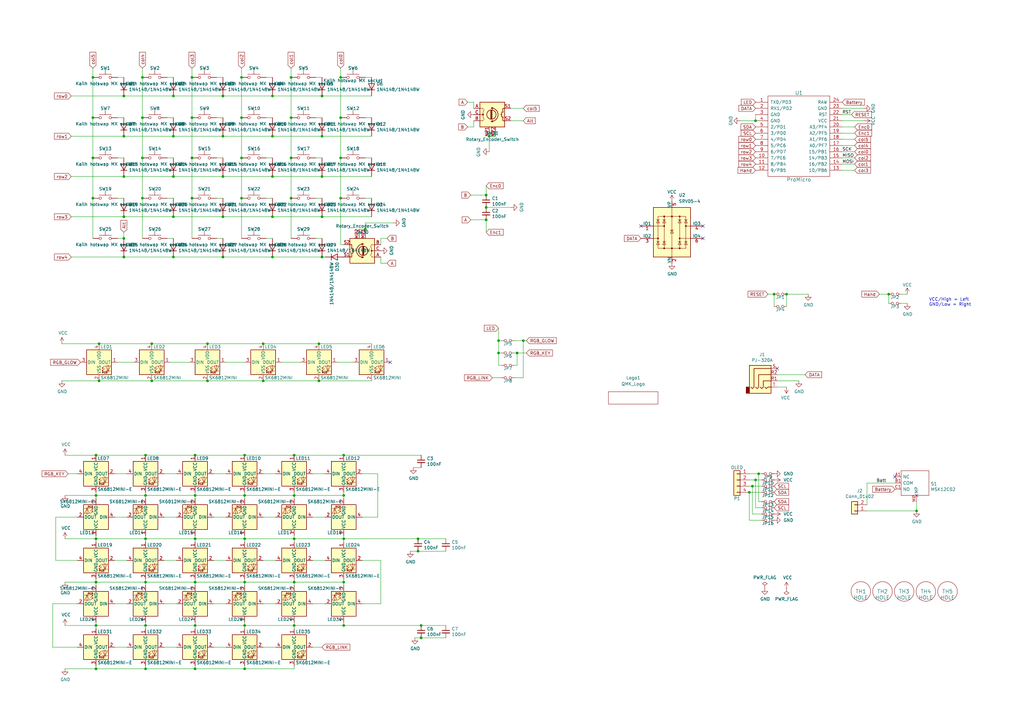
<source format=kicad_sch>
(kicad_sch (version 20211123) (generator eeschema)
  (paper "A3")
  (title_block (title "Lotus 58 Glow") (date "2022-09-14") (rev "v1.24") (company "Markus Knutsson <markus.knutsson@tweety.se>") (comment 1 "https://github.com/TweetyDaBird") (comment 2 "Licensed under CERN-OHL-S v2 or any superseding version"))
  (junction (at 119.38 48.26))
  (junction (at 50.8 97.79))
  (junction (at 59.69 274.32))
  (junction (at 132.08 88.9))
  (junction (at 204.47 139.7))
  (junction (at 59.69 220.98))
  (junction (at 100.33 256.54))
  (junction (at 307.34 201.93))
  (junction (at 85.09 140.97))
  (junction (at 130.81 140.97))
  (junction (at 80.01 220.98))
  (junction (at 91.44 105.41))
  (junction (at 139.7 48.26))
  (junction (at 100.33 203.2))
  (junction (at 58.42 81.28))
  (junction (at 80.01 186.69))
  (junction (at 78.74 81.28))
  (junction (at 204.47 144.78))
  (junction (at 199.39 90.17))
  (junction (at 172.72 261.62))
  (junction (at 111.76 55.88))
  (junction (at 132.08 55.88))
  (junction (at 39.37 186.69))
  (junction (at 85.09 156.21))
  (junction (at 59.69 256.54))
  (junction (at 50.8 105.41))
  (junction (at 199.39 85.09))
  (junction (at 80.01 274.32))
  (junction (at 111.76 39.37))
  (junction (at 111.76 72.39))
  (junction (at 200.66 55.88))
  (junction (at 119.38 31.75))
  (junction (at 58.42 48.26))
  (junction (at 99.06 31.75))
  (junction (at 71.12 72.39))
  (junction (at 38.1 48.26))
  (junction (at 140.97 238.76))
  (junction (at 50.8 39.37))
  (junction (at 58.42 31.75))
  (junction (at 149.86 93.98))
  (junction (at 50.8 72.39))
  (junction (at 139.7 64.77))
  (junction (at 71.12 55.88))
  (junction (at 99.06 81.28))
  (junction (at 59.69 186.69))
  (junction (at 39.37 220.98))
  (junction (at 71.12 39.37))
  (junction (at 50.8 88.9))
  (junction (at 107.95 156.21))
  (junction (at 140.97 220.98))
  (junction (at 100.33 186.69))
  (junction (at 58.42 64.77))
  (junction (at 38.1 31.75))
  (junction (at 50.8 55.88))
  (junction (at 111.76 105.41))
  (junction (at 140.97 256.54))
  (junction (at 39.37 238.76))
  (junction (at 39.37 274.32))
  (junction (at 91.44 55.88))
  (junction (at 317.5 120.65))
  (junction (at 38.1 64.77))
  (junction (at 375.92 209.55))
  (junction (at 364.49 120.65))
  (junction (at 71.12 105.41))
  (junction (at 78.74 64.77))
  (junction (at 120.65 256.54))
  (junction (at 120.65 220.98))
  (junction (at 39.37 256.54))
  (junction (at 111.76 88.9))
  (junction (at 59.69 203.2))
  (junction (at 80.01 238.76))
  (junction (at 199.39 80.01))
  (junction (at 120.65 186.69))
  (junction (at 171.45 220.98))
  (junction (at 91.44 39.37))
  (junction (at 311.15 194.31))
  (junction (at 132.08 72.39))
  (junction (at 120.65 203.2))
  (junction (at 132.08 39.37))
  (junction (at 119.38 64.77))
  (junction (at 132.08 105.41))
  (junction (at 120.65 238.76))
  (junction (at 322.58 120.65))
  (junction (at 309.88 49.53))
  (junction (at 309.88 196.85))
  (junction (at 140.97 203.2))
  (junction (at 39.37 203.2))
  (junction (at 100.33 220.98))
  (junction (at 78.74 31.75))
  (junction (at 308.61 199.39))
  (junction (at 80.01 203.2))
  (junction (at 99.06 64.77))
  (junction (at 78.74 48.26))
  (junction (at 172.72 256.54))
  (junction (at 80.01 256.54))
  (junction (at 214.63 139.7))
  (junction (at 99.06 48.26))
  (junction (at 212.09 144.78))
  (junction (at 91.44 72.39))
  (junction (at 40.64 140.97))
  (junction (at 100.33 238.76))
  (junction (at 171.45 226.06))
  (junction (at 130.81 156.21))
  (junction (at 139.7 31.75))
  (junction (at 91.44 88.9))
  (junction (at 139.7 81.28))
  (junction (at 62.23 156.21))
  (junction (at 100.33 274.32))
  (junction (at 107.95 140.97))
  (junction (at 62.23 140.97))
  (junction (at 38.1 81.28))
  (junction (at 140.97 186.69))
  (junction (at 71.12 88.9))
  (junction (at 119.38 81.28))
  (junction (at 40.64 156.21))
  (junction (at 59.69 238.76))
  (no_connect (at 160.02 148.59))
  (no_connect (at 367.03 195.58))
  (no_connect (at 262.89 92.71))
  (no_connect (at 288.29 97.79))
  (no_connect (at 288.29 92.71))
  (no_connect (at 318.77 151.13))
  (wire (pts (xy 107.95 156.21) (xy 130.81 156.21)))
  (wire (pts (xy 345.44 59.69) (xy 350.52 59.69)))
  (wire (pts (xy 140.97 203.2) (xy 140.97 201.93)))
  (wire (pts (xy 214.63 139.7) (xy 215.9 139.7)))
  (wire (pts (xy 307.34 194.31) (xy 311.15 194.31)))
  (wire (pts (xy 120.65 203.2) (xy 120.65 201.93)))
  (wire (pts (xy 25.4 156.21) (xy 40.64 156.21)))
  (wire (pts (xy 80.01 238.76) (xy 100.33 238.76)))
  (wire (pts (xy 120.65 186.69) (xy 140.97 186.69)))
  (wire (pts (xy 132.08 48.26) (xy 129.54 48.26)))
  (wire (pts (xy 199.39 80.01) (xy 199.39 76.2)))
  (wire (pts (xy 120.65 222.25) (xy 120.65 220.98)))
  (wire (pts (xy 109.22 31.75) (xy 111.76 31.75)))
  (wire (pts (xy 107.95 265.43) (xy 113.03 265.43)))
  (wire (pts (xy 210.82 144.78) (xy 212.09 144.78)))
  (wire (pts (xy 107.95 194.31) (xy 113.03 194.31)))
  (wire (pts (xy 128.27 229.87) (xy 133.35 229.87)))
  (wire (pts (xy 67.31 212.09) (xy 72.39 212.09)))
  (wire (pts (xy 68.58 64.77) (xy 71.12 64.77)))
  (wire (pts (xy 67.31 247.65) (xy 72.39 247.65)))
  (wire (pts (xy 169.545 191.77) (xy 172.72 191.77)))
  (wire (pts (xy 80.01 220.98) (xy 80.01 222.25)))
  (wire (pts (xy 39.37 274.32) (xy 39.37 273.05)))
  (wire (pts (xy 209.55 49.53) (xy 214.63 49.53)))
  (wire (pts (xy 140.97 186.69) (xy 172.72 186.69)))
  (wire (pts (xy 130.81 140.97) (xy 152.4 140.97)))
  (wire (pts (xy 59.69 257.81) (xy 59.69 256.54)))
  (wire (pts (xy 318.77 153.67) (xy 330.2 153.67)))
  (wire (pts (xy 140.97 220.98) (xy 140.97 222.25)))
  (wire (pts (xy 46.99 212.09) (xy 52.07 212.09)))
  (wire (pts (xy 128.27 194.31) (xy 133.35 194.31)))
  (wire (pts (xy 120.65 255.27) (xy 120.65 256.54)))
  (wire (pts (xy 21.59 247.65) (xy 21.59 265.43)))
  (wire (pts (xy 172.72 261.62) (xy 182.88 261.62)))
  (wire (pts (xy 31.75 247.65) (xy 21.59 247.65)))
  (wire (pts (xy 87.63 212.09) (xy 92.71 212.09)))
  (wire (pts (xy 29.21 105.41) (xy 50.8 105.41)))
  (wire (pts (xy 311.15 194.31) (xy 311.15 205.74)))
  (wire (pts (xy 87.63 229.87) (xy 92.71 229.87)))
  (wire (pts (xy 156.21 229.87) (xy 156.21 247.65)))
  (wire (pts (xy 68.58 31.75) (xy 71.12 31.75)))
  (wire (pts (xy 59.69 220.98) (xy 80.01 220.98)))
  (wire (pts (xy 367.03 198.12) (xy 355.6 198.12)))
  (wire (pts (xy 80.01 186.69) (xy 100.33 186.69)))
  (wire (pts (xy 50.8 81.28) (xy 48.26 81.28)))
  (wire (pts (xy 193.04 80.01) (xy 199.39 80.01)))
  (wire (pts (xy 91.44 97.79) (xy 88.9 97.79)))
  (wire (pts (xy 87.63 194.31) (xy 92.71 194.31)))
  (wire (pts (xy 25.4 140.97) (xy 40.64 140.97)))
  (wire (pts (xy 132.08 55.88) (xy 152.4 55.88)))
  (wire (pts (xy 78.74 48.26) (xy 78.74 64.77)))
  (wire (pts (xy 204.47 149.86) (xy 205.74 149.86)))
  (wire (pts (xy 39.37 220.98) (xy 26.67 220.98)))
  (wire (pts (xy 120.65 256.54) (xy 140.97 256.54)))
  (wire (pts (xy 38.1 27.94) (xy 38.1 31.75)))
  (wire (pts (xy 201.93 154.94) (xy 205.74 154.94)))
  (wire (pts (xy 88.9 31.75) (xy 91.44 31.75)))
  (wire (pts (xy 132.08 105.41) (xy 133.35 105.41)))
  (wire (pts (xy 99.06 31.75) (xy 99.06 48.26)))
  (wire (pts (xy 59.69 220.98) (xy 59.69 222.25)))
  (wire (pts (xy 99.06 27.94) (xy 99.06 31.75)))
  (wire (pts (xy 26.67 186.69) (xy 39.37 186.69)))
  (wire (pts (xy 355.6 198.12) (xy 355.6 207.01)))
  (wire (pts (xy 78.74 64.77) (xy 78.74 81.28)))
  (wire (pts (xy 27.94 194.31) (xy 31.75 194.31)))
  (wire (pts (xy 46.99 194.31) (xy 52.07 194.31)))
  (wire (pts (xy 39.37 203.2) (xy 39.37 204.47)))
  (wire (pts (xy 80.01 237.49) (xy 80.01 238.76)))
  (wire (pts (xy 210.82 139.7) (xy 214.63 139.7)))
  (wire (pts (xy 204.47 144.78) (xy 205.74 144.78)))
  (wire (pts (xy 29.21 55.88) (xy 50.8 55.88)))
  (wire (pts (xy 50.8 55.88) (xy 71.12 55.88)))
  (wire (pts (xy 59.69 255.27) (xy 59.69 256.54)))
  (wire (pts (xy 48.26 64.77) (xy 50.8 64.77)))
  (wire (pts (xy 78.74 31.75) (xy 78.74 48.26)))
  (wire (pts (xy 80.01 203.2) (xy 59.69 203.2)))
  (wire (pts (xy 31.75 229.87) (xy 22.86 229.87)))
  (wire (pts (xy 309.88 49.53) (xy 303.53 49.53)))
  (wire (pts (xy 115.57 148.59) (xy 123.19 148.59)))
  (wire (pts (xy 168.275 226.06) (xy 171.45 226.06)))
  (wire (pts (xy 171.45 226.06) (xy 182.88 226.06)))
  (wire (pts (xy 100.33 203.2) (xy 100.33 201.93)))
  (wire (pts (xy 39.37 240.03) (xy 39.37 238.76)))
  (wire (pts (xy 71.12 105.41) (xy 91.44 105.41)))
  (wire (pts (xy 345.44 52.07) (xy 350.52 52.07)))
  (wire (pts (xy 111.76 64.77) (xy 109.22 64.77)))
  (wire (pts (xy 50.8 95.25) (xy 50.8 97.79)))
  (wire (pts (xy 39.37 220.98) (xy 39.37 222.25)))
  (wire (pts (xy 312.42 194.31) (xy 311.15 194.31)))
  (wire (pts (xy 149.86 64.77) (xy 152.4 64.77)))
  (wire (pts (xy 312.42 196.85) (xy 309.88 196.85)))
  (wire (pts (xy 307.34 201.93) (xy 312.42 201.93)))
  (wire (pts (xy 78.74 81.28) (xy 78.74 97.79)))
  (wire (pts (xy 80.01 203.2) (xy 100.33 203.2)))
  (wire (pts (xy 46.99 265.43) (xy 52.07 265.43)))
  (wire (pts (xy 158.75 107.95) (xy 156.21 107.95)))
  (wire (pts (xy 100.33 220.98) (xy 100.33 222.25)))
  (wire (pts (xy 39.37 201.93) (xy 39.37 203.2)))
  (wire (pts (xy 200.66 62.23) (xy 200.66 55.88)))
  (wire (pts (xy 318.77 156.21) (xy 327.66 156.21)))
  (wire (pts (xy 71.12 72.39) (xy 91.44 72.39)))
  (wire (pts (xy 50.8 88.9) (xy 71.12 88.9)))
  (wire (pts (xy 309.88 46.99) (xy 309.88 49.53)))
  (wire (pts (xy 99.06 64.77) (xy 99.06 81.28)))
  (wire (pts (xy 156.21 107.95) (xy 156.21 105.41)))
  (wire (pts (xy 199.39 95.25) (xy 199.39 90.17)))
  (wire (pts (xy 209.55 44.45) (xy 214.63 44.45)))
  (wire (pts (xy 130.81 156.21) (xy 152.4 156.21)))
  (wire (pts (xy 119.38 81.28) (xy 119.38 97.79)))
  (wire (pts (xy 85.09 156.21) (xy 107.95 156.21)))
  (wire (pts (xy 39.37 219.71) (xy 39.37 220.98)))
  (wire (pts (xy 191.77 52.07) (xy 194.31 52.07)))
  (wire (pts (xy 161.29 91.44) (xy 149.86 91.44)))
  (wire (pts (xy 78.74 27.94) (xy 78.74 31.75)))
  (wire (pts (xy 345.44 49.53) (xy 354.33 49.53)))
  (wire (pts (xy 71.12 55.88) (xy 91.44 55.88)))
  (wire (pts (xy 119.38 31.75) (xy 119.38 48.26)))
  (wire (pts (xy 59.69 274.32) (xy 39.37 274.32)))
  (wire (pts (xy 99.06 48.26) (xy 99.06 64.77)))
  (wire (pts (xy 85.09 140.97) (xy 107.95 140.97)))
  (wire (pts (xy 92.71 148.59) (xy 100.33 148.59)))
  (wire (pts (xy 212.09 149.86) (xy 210.82 149.86)))
  (wire (pts (xy 149.86 81.28) (xy 152.4 81.28)))
  (wire (pts (xy 100.33 203.2) (xy 120.65 203.2)))
  (wire (pts (xy 21.59 265.43) (xy 31.75 265.43)))
  (wire (pts (xy 62.23 156.21) (xy 85.09 156.21)))
  (wire (pts (xy 212.09 144.78) (xy 215.9 144.78)))
  (wire (pts (xy 139.7 31.75) (xy 139.7 48.26)))
  (wire (pts (xy 204.47 144.78) (xy 204.47 149.86)))
  (wire (pts (xy 69.85 148.59) (xy 77.47 148.59)))
  (wire (pts (xy 345.44 54.61) (xy 350.52 54.61)))
  (wire (pts (xy 100.33 274.32) (xy 80.01 274.32)))
  (wire (pts (xy 109.22 81.28) (xy 111.76 81.28)))
  (wire (pts (xy 119.38 48.26) (xy 119.38 64.77)))
  (wire (pts (xy 80.01 274.32) (xy 80.01 273.05)))
  (wire (pts (xy 71.12 48.26) (xy 68.58 48.26)))
  (wire (pts (xy 100.33 256.54) (xy 100.33 255.27)))
  (wire (pts (xy 214.63 154.94) (xy 214.63 139.7)))
  (wire (pts (xy 140.97 220.98) (xy 171.45 220.98)))
  (wire (pts (xy 345.44 44.45) (xy 354.33 44.45)))
  (wire (pts (xy 67.31 229.87) (xy 72.39 229.87)))
  (wire (pts (xy 91.44 88.9) (xy 111.76 88.9)))
  (wire (pts (xy 80.01 257.81) (xy 80.01 256.54)))
  (wire (pts (xy 317.5 120.65) (xy 317.5 125.73)))
  (wire (pts (xy 119.38 64.77) (xy 119.38 81.28)))
  (wire (pts (xy 148.59 247.65) (xy 156.21 247.65)))
  (wire (pts (xy 100.33 238.76) (xy 120.65 238.76)))
  (wire (pts (xy 58.42 27.94) (xy 58.42 31.75)))
  (wire (pts (xy 26.67 256.54) (xy 39.37 256.54)))
  (wire (pts (xy 200.66 55.88) (xy 203.2 55.88)))
  (wire (pts (xy 99.06 81.28) (xy 99.06 97.79)))
  (wire (pts (xy 147.32 93.98) (xy 149.86 93.98)))
  (wire (pts (xy 48.26 148.59) (xy 54.61 148.59)))
  (wire (pts (xy 100.33 257.81) (xy 100.33 256.54)))
  (wire (pts (xy 29.21 88.9) (xy 50.8 88.9)))
  (wire (pts (xy 46.99 247.65) (xy 52.07 247.65)))
  (wire (pts (xy 132.08 97.79) (xy 129.54 97.79)))
  (wire (pts (xy 204.47 139.7) (xy 205.74 139.7)))
  (wire (pts (xy 88.9 48.26) (xy 91.44 48.26)))
  (wire (pts (xy 140.97 237.49) (xy 140.97 238.76)))
  (wire (pts (xy 107.95 247.65) (xy 113.03 247.65)))
  (wire (pts (xy 111.76 97.79) (xy 109.22 97.79)))
  (wire (pts (xy 80.01 203.2) (xy 80.01 204.47)))
  (wire (pts (xy 120.65 274.32) (xy 100.33 274.32)))
  (wire (pts (xy 26.67 238.76) (xy 39.37 238.76)))
  (wire (pts (xy 140.97 220.98) (xy 140.97 219.71)))
  (wire (pts (xy 100.33 204.47) (xy 100.33 203.2)))
  (wire (pts (xy 149.86 31.75) (xy 152.4 31.75)))
  (wire (pts (xy 140.97 203.2) (xy 140.97 204.47)))
  (wire (pts (xy 372.11 124.46) (xy 369.57 124.46)))
  (wire (pts (xy 120.65 204.47) (xy 120.65 203.2)))
  (wire (pts (xy 204.47 139.7) (xy 204.47 144.78)))
  (wire (pts (xy 345.44 62.23) (xy 350.52 62.23)))
  (wire (pts (xy 107.95 140.97) (xy 130.81 140.97)))
  (wire (pts (xy 87.63 247.65) (xy 92.71 247.65)))
  (wire (pts (xy 191.77 41.91) (xy 194.31 41.91)))
  (wire (pts (xy 193.04 90.17) (xy 199.39 90.17)))
  (wire (pts (xy 59.69 186.69) (xy 80.01 186.69)))
  (wire (pts (xy 170.18 261.62) (xy 172.72 261.62)))
  (wire (pts (xy 120.65 238.76) (xy 140.97 238.76)))
  (wire (pts (xy 364.49 124.46) (xy 364.49 120.65)))
  (wire (pts (xy 80.01 220.98) (xy 80.01 219.71)))
  (wire (pts (xy 199.39 85.09) (xy 209.55 85.09)))
  (wire (pts (xy 345.44 67.31) (xy 350.52 67.31)))
  (wire (pts (xy 67.31 265.43) (xy 72.39 265.43)))
  (wire (pts (xy 22.86 229.87) (xy 22.86 212.09)))
  (wire (pts (xy 140.97 256.54) (xy 172.72 256.54)))
  (wire (pts (xy 314.96 120.65) (xy 317.5 120.65)))
  (wire (pts (xy 194.31 52.07) (xy 194.31 49.53)))
  (wire (pts (xy 50.8 105.41) (xy 71.12 105.41)))
  (wire (pts (xy 87.63 265.43) (xy 92.71 265.43)))
  (wire (pts (xy 59.69 274.32) (xy 59.69 273.05)))
  (wire (pts (xy 132.08 31.75) (xy 129.54 31.75)))
  (wire (pts (xy 39.37 203.2) (xy 26.67 203.2)))
  (wire (pts (xy 91.44 81.28) (xy 88.9 81.28)))
  (wire (pts (xy 111.76 55.88) (xy 132.08 55.88)))
  (wire (pts (xy 375.92 209.55) (xy 375.92 205.74)))
  (wire (pts (xy 132.08 72.39) (xy 152.4 72.39)))
  (wire (pts (xy 59.69 203.2) (xy 59.69 201.93)))
  (wire (pts (xy 345.44 69.85) (xy 350.52 69.85)))
  (wire (pts (xy 39.37 186.69) (xy 59.69 186.69)))
  (wire (pts (xy 29.21 39.37) (xy 50.8 39.37)))
  (wire (pts (xy 149.86 91.44) (xy 149.86 93.98)))
  (wire (pts (xy 139.7 64.77) (xy 139.7 81.28)))
  (wire (pts (xy 120.65 257.81) (xy 120.65 256.54)))
  (wire (pts (xy 360.68 120.65) (xy 364.49 120.65)))
  (wire (pts (xy 322.58 120.65) (xy 322.58 125.73)))
  (wire (pts (xy 152.4 48.26) (xy 149.86 48.26)))
  (wire (pts (xy 39.37 203.2) (xy 59.69 203.2)))
  (wire (pts (xy 100.33 237.49) (xy 100.33 238.76)))
  (wire (pts (xy 59.69 237.49) (xy 59.69 238.76)))
  (wire (pts (xy 120.65 203.2) (xy 140.97 203.2)))
  (wire (pts (xy 140.97 256.54) (xy 140.97 255.27)))
  (wire (pts (xy 91.44 105.41) (xy 111.76 105.41)))
  (wire (pts (xy 204.47 134.62) (xy 204.47 139.7)))
  (wire (pts (xy 111.76 72.39) (xy 132.08 72.39)))
  (wire (pts (xy 100.33 220.98) (xy 120.65 220.98)))
  (wire (pts (xy 120.65 274.32) (xy 120.65 273.05)))
  (wire (pts (xy 345.44 46.99) (xy 349.25 46.99)))
  (wire (pts (xy 120.65 220.98) (xy 120.65 219.71)))
  (wire (pts (xy 62.23 140.97) (xy 85.09 140.97)))
  (wire (pts (xy 148.59 229.87) (xy 156.21 229.87)))
  (wire (pts (xy 154.94 194.31) (xy 154.94 212.09)))
  (wire (pts (xy 91.44 72.39) (xy 111.76 72.39)))
  (wire (pts (xy 80.01 201.93) (xy 80.01 203.2)))
  (wire (pts (xy 91.44 39.37) (xy 111.76 39.37)))
  (wire (pts (xy 58.42 81.28) (xy 58.42 97.79)))
  (wire (pts (xy 59.69 220.98) (xy 59.69 219.71)))
  (wire (pts (xy 59.69 204.47) (xy 59.69 203.2)))
  (wire (pts (xy 172.72 256.54) (xy 182.88 256.54)))
  (wire (pts (xy 80.01 240.03) (xy 80.01 238.76)))
  (wire (pts (xy 132.08 265.43) (xy 128.27 265.43)))
  (wire (pts (xy 67.31 194.31) (xy 72.39 194.31)))
  (wire (pts (xy 158.75 97.79) (xy 156.21 97.79)))
  (wire (pts (xy 120.65 220.98) (xy 140.97 220.98)))
  (wire (pts (xy 331.47 120.65) (xy 322.58 120.65)))
  (wire (pts (xy 80.01 256.54) (xy 80.01 255.27)))
  (wire (pts (xy 318.77 158.75) (xy 322.58 158.75)))
  (wire (pts (xy 71.12 39.37) (xy 91.44 39.37)))
  (wire (pts (xy 46.99 229.87) (xy 52.07 229.87)))
  (wire (pts (xy 39.37 255.27) (xy 39.37 256.54)))
  (wire (pts (xy 369.57 120.65) (xy 372.11 120.65)))
  (wire (pts (xy 38.1 48.26) (xy 38.1 64.77)))
  (wire (pts (xy 148.59 212.09) (xy 154.94 212.09)))
  (wire (pts (xy 128.27 247.65) (xy 133.35 247.65)))
  (wire (pts (xy 39.37 257.81) (xy 39.37 256.54)))
  (wire (pts (xy 80.01 220.98) (xy 100.33 220.98)))
  (wire (pts (xy 59.69 256.54) (xy 80.01 256.54)))
  (wire (pts (xy 38.1 81.28) (xy 38.1 97.79)))
  (wire (pts (xy 59.69 238.76) (xy 80.01 238.76)))
  (wire (pts (xy 107.95 212.09) (xy 113.03 212.09)))
  (wire (pts (xy 119.38 27.94) (xy 119.38 31.75)))
  (wire (pts (xy 139.7 48.26) (xy 139.7 64.77)))
  (wire (pts (xy 139.7 27.94) (xy 139.7 31.75)))
  (wire (pts (xy 139.7 81.28) (xy 139.7 100.33)))
  (wire (pts (xy 80.01 274.32) (xy 59.69 274.32)))
  (wire (pts (xy 132.08 39.37) (xy 152.4 39.37)))
  (wire (pts (xy 100.33 186.69) (xy 120.65 186.69)))
  (wire (pts (xy 100.33 274.32) (xy 100.33 273.05)))
  (wire (pts (xy 50.8 39.37) (xy 71.12 39.37)))
  (wire (pts (xy 308.61 199.39) (xy 312.42 199.39)))
  (wire (pts (xy 132.08 88.9) (xy 152.4 88.9)))
  (wire (pts (xy 100.33 256.54) (xy 120.65 256.54)))
  (wire (pts (xy 71.12 88.9) (xy 91.44 88.9)))
  (wire (pts (xy 120.65 240.03) (xy 120.65 238.76)))
  (wire (pts (xy 71.12 81.28) (xy 68.58 81.28)))
  (wire (pts (xy 22.86 212.09) (xy 31.75 212.09)))
  (wire (pts (xy 210.82 154.94) (xy 214.63 154.94)))
  (wire (pts (xy 39.37 274.32) (xy 26.67 274.32)))
  (wire (pts (xy 309.88 196.85) (xy 309.88 208.28)))
  (wire (pts (xy 308.61 210.82) (xy 308.61 199.39)))
  (wire (pts (xy 40.64 156.21) (xy 62.23 156.21)))
  (wire (pts (xy 39.37 238.76) (xy 59.69 238.76)))
  (wire (pts (xy 307.34 213.36) (xy 312.42 213.36)))
  (wire (pts (xy 307.34 201.93) (xy 307.34 213.36)))
  (wire (pts (xy 58.42 64.77) (xy 58.42 81.28)))
  (wire (pts (xy 156.21 97.79) (xy 156.21 100.33)))
  (wire (pts (xy 171.45 220.98) (xy 182.88 220.98)))
  (wire (pts (xy 107.95 229.87) (xy 113.03 229.87)))
  (wire (pts (xy 132.08 64.77) (xy 129.54 64.77)))
  (wire (pts (xy 139.7 100.33) (xy 140.97 100.33)))
  (wire (pts (xy 71.12 97.79) (xy 68.58 97.79)))
  (wire (pts (xy 307.34 196.85) (xy 309.88 196.85)))
  (wire (pts (xy 50.8 48.26) (xy 48.26 48.26)))
  (wire (pts (xy 345.44 64.77) (xy 350.52 64.77)))
  (wire (pts (xy 312.42 205.74) (xy 311.15 205.74)))
  (wire (pts (xy 312.42 210.82) (xy 308.61 210.82)))
  (wire (pts (xy 100.33 238.76) (xy 100.33 240.03)))
  (wire (pts (xy 111.76 48.26) (xy 109.22 48.26)))
  (wire (pts (xy 88.9 64.77) (xy 91.44 64.77)))
  (wire (pts (xy 138.43 148.59) (xy 144.78 148.59)))
  (wire (pts (xy 50.8 31.75) (xy 48.26 31.75)))
  (wire (pts (xy 148.59 194.31) (xy 154.94 194.31)))
  (wire (pts (xy 80.01 256.54) (xy 100.33 256.54)))
  (wire (pts (xy 120.65 237.49) (xy 120.65 238.76)))
  (wire (pts (xy 111.76 105.41) (xy 132.08 105.41)))
  (wire (pts (xy 50.8 72.39) (xy 71.12 72.39)))
  (wire (pts (xy 132.08 81.28) (xy 129.54 81.28)))
  (wire (pts (xy 111.76 88.9) (xy 132.08 88.9)))
  (wire (pts (xy 39.37 220.98) (xy 59.69 220.98)))
  (wire (pts (xy 58.42 31.75) (xy 58.42 48.26)))
  (wire (pts (xy 29.21 72.39) (xy 50.8 72.39)))
  (wire (pts (xy 59.69 238.76) (xy 59.69 240.03)))
  (wire (pts (xy 39.37 256.54) (xy 59.69 256.54)))
  (wire (pts (xy 100.33 220.98) (xy 100.33 219.71)))
  (wire (pts (xy 355.6 209.55) (xy 375.92 209.55)))
  (wire (pts (xy 91.44 55.88) (xy 111.76 55.88)))
  (wire (pts (xy 194.31 41.91) (xy 194.31 44.45)))
  (wire (pts (xy 309.88 208.28) (xy 312.42 208.28)))
  (wire (pts (xy 39.37 237.49) (xy 39.37 238.76)))
  (wire (pts (xy 345.44 57.15) (xy 350.52 57.15)))
  (wire (pts (xy 40.64 140.97) (xy 62.23 140.97)))
  (wire (pts (xy 48.26 97.79) (xy 50.8 97.79)))
  (wire (pts (xy 307.34 199.39) (xy 308.61 199.39)))
  (wire (pts (xy 140.97 238.76) (xy 140.97 240.03)))
  (wire (pts (xy 38.1 31.75) (xy 38.1 48.26)))
  (wire (pts (xy 111.76 39.37) (xy 132.08 39.37)))
  (wire (pts (xy 212.09 144.78) (xy 212.09 149.86)))
  (wire (pts (xy 58.42 48.26) (xy 58.42 64.77)))
  (wire (pts (xy 38.1 64.77) (xy 38.1 81.28)))
  (wire (pts (xy 128.27 212.09) (xy 133.35 212.09)))
  (text "VCC/High = Left\nGND/Low = Right" (at 381 125.73 0) (effects (font (size 1.27 1.27)) (justify left bottom)))
  (label "MOSI" (at 345.44 67.31 0))
  (label "SCK" (at 345.44 62.23 0))
  (label "Batt" (at 359.41 198.12 0))
  (label "RST" (at 345.44 46.99 0))
  (label "MISO" (at 345.44 64.77 0))
  (global_label "A" (shape input) (at 193.04 90.17 180) (property "Intersheet References" "${INTERSHEET_REFS}" (effects hide)))
  (global_label "Alt" (shape input) (at 50.8 95.25 90) (property "Intersheet References" "${INTERSHEET_REFS}" (effects hide)))
  (global_label "col2" (shape input) (at 350.52 64.77 0) (property "Intersheet References" "${INTERSHEET_REFS}" (effects hide)))
  (global_label "RESET" (shape input) (at 314.96 120.65 180) (property "Intersheet References" "${INTERSHEET_REFS}" (effects hide)))
  (global_label "row2" (shape input) (at 309.88 62.23 180) (property "Intersheet References" "${INTERSHEET_REFS}" (effects hide)))
  (global_label "RESET" (shape input) (at 349.25 46.99 0) (property "Intersheet References" "${INTERSHEET_REFS}" (effects hide)))
  (global_label "col4" (shape input) (at 58.42 27.94 90) (property "Intersheet References" "${INTERSHEET_REFS}" (effects hide)))
  (global_label "row1" (shape input) (at 309.88 59.69 180) (property "Intersheet References" "${INTERSHEET_REFS}" (effects hide)))
  (global_label "RGB_GLOW" (shape input) (at 33.02 148.59 180) (property "Intersheet References" "${INTERSHEET_REFS}" (effects hide)))
  (global_label "Battery" (shape input) (at 345.44 41.91 0) (property "Intersheet References" "${INTERSHEET_REFS}" (effects hide)))
  (global_label "RGB_GLOW" (shape input) (at 215.9 139.7 0) (property "Intersheet References" "${INTERSHEET_REFS}" (effects hide)))
  (global_label "Enc1" (shape input) (at 199.39 95.25 0) (property "Intersheet References" "${INTERSHEET_REFS}" (effects hide)))
  (global_label "RGB_KEY" (shape input) (at 215.9 144.78 0) (property "Intersheet References" "${INTERSHEET_REFS}" (effects hide)))
  (global_label "RGB_LINK" (shape input) (at 201.93 154.94 180) (property "Intersheet References" "${INTERSHEET_REFS}" (effects hide)))
  (global_label "row3" (shape input) (at 29.21 88.9 180) (property "Intersheet References" "${INTERSHEET_REFS}" (effects hide)))
  (global_label "SDA" (shape input) (at 317.5 205.74 0) (property "Intersheet References" "${INTERSHEET_REFS}" (effects hide)))
  (global_label "row3" (shape input) (at 309.88 64.77 180) (property "Intersheet References" "${INTERSHEET_REFS}" (effects hide)))
  (global_label "SCL" (shape input) (at 309.88 54.61 180) (property "Intersheet References" "${INTERSHEET_REFS}" (effects hide)))
  (global_label "SDA" (shape input) (at 317.5 201.93 0) (property "Intersheet References" "${INTERSHEET_REFS}" (effects hide)))
  (global_label "Enc0" (shape input) (at 350.52 52.07 0) (property "Intersheet References" "${INTERSHEET_REFS}" (effects hide)))
  (global_label "col4" (shape input) (at 350.52 59.69 0) (property "Intersheet References" "${INTERSHEET_REFS}" (effects hide)))
  (global_label "row1" (shape input) (at 29.21 55.88 180) (property "Intersheet References" "${INTERSHEET_REFS}" (effects hide)))
  (global_label "SCL" (shape input) (at 317.5 208.28 0) (property "Intersheet References" "${INTERSHEET_REFS}" (effects hide)))
  (global_label "RGB_LINK" (shape input) (at 132.08 265.43 0) (property "Intersheet References" "${INTERSHEET_REFS}" (effects hide)))
  (global_label "row2" (shape input) (at 29.21 72.39 180) (property "Intersheet References" "${INTERSHEET_REFS}" (effects hide)))
  (global_label "A" (shape input) (at 191.77 41.91 180) (property "Intersheet References" "${INTERSHEET_REFS}" (effects hide)))
  (global_label "col5" (shape input) (at 214.63 44.45 0) (property "Intersheet References" "${INTERSHEET_REFS}" (effects hide)))
  (global_label "col5" (shape input) (at 38.1 27.94 90) (property "Intersheet References" "${INTERSHEET_REFS}" (effects hide)))
  (global_label "col0" (shape input) (at 350.52 62.23 0) (property "Intersheet References" "${INTERSHEET_REFS}" (effects hide)))
  (global_label "col3" (shape input) (at 78.74 27.94 90) (property "Intersheet References" "${INTERSHEET_REFS}" (effects hide)))
  (global_label "DATA" (shape input) (at 262.89 97.79 180) (property "Intersheet References" "${INTERSHEET_REFS}" (effects hide)))
  (global_label "Battery" (shape input) (at 367.03 200.66 180) (property "Intersheet References" "${INTERSHEET_REFS}" (effects hide)))
  (global_label "LED" (shape input) (at 309.88 41.91 180) (property "Intersheet References" "${INTERSHEET_REFS}" (effects hide)))
  (global_label "SCL" (shape input) (at 317.5 199.39 0) (property "Intersheet References" "${INTERSHEET_REFS}" (effects hide)))
  (global_label "Hand" (shape input) (at 309.88 69.85 180) (property "Intersheet References" "${INTERSHEET_REFS}" (effects hide)))
  (global_label "A" (shape input) (at 158.75 107.95 0) (property "Intersheet References" "${INTERSHEET_REFS}" (effects hide)))
  (global_label "row0" (shape input) (at 29.21 39.37 180) (property "Intersheet References" "${INTERSHEET_REFS}" (effects hide)))
  (global_label "SDA" (shape input) (at 309.88 52.07 180) (property "Intersheet References" "${INTERSHEET_REFS}" (effects hide)))
  (global_label "RGB_KEY" (shape input) (at 27.94 194.31 180) (property "Intersheet References" "${INTERSHEET_REFS}" (effects hide)))
  (global_label "Alt" (shape input) (at 214.63 49.53 0) (property "Intersheet References" "${INTERSHEET_REFS}" (effects hide)))
  (global_label "B" (shape input) (at 193.04 80.01 180) (property "Intersheet References" "${INTERSHEET_REFS}" (effects hide)))
  (global_label "col5" (shape input) (at 350.52 57.15 0) (property "Intersheet References" "${INTERSHEET_REFS}" (effects hide)))
  (global_label "DATA" (shape input) (at 330.2 153.67 0) (property "Intersheet References" "${INTERSHEET_REFS}" (effects hide)))
  (global_label "Enc0" (shape input) (at 199.39 76.2 0) (property "Intersheet References" "${INTERSHEET_REFS}" (effects hide)))
  (global_label "row4" (shape input) (at 29.21 105.41 180) (property "Intersheet References" "${INTERSHEET_REFS}" (effects hide)))
  (global_label "row0" (shape input) (at 309.88 57.15 180) (property "Intersheet References" "${INTERSHEET_REFS}" (effects hide)))
  (global_label "B" (shape input) (at 191.77 52.07 180) (property "Intersheet References" "${INTERSHEET_REFS}" (effects hide)))
  (global_label "B" (shape input) (at 158.75 97.79 0) (property "Intersheet References" "${INTERSHEET_REFS}" (effects hide)))
  (global_label "col1" (shape input) (at 350.52 67.31 0) (property "Intersheet References" "${INTERSHEET_REFS}" (effects hide)))
  (global_label "col1" (shape input) (at 119.38 27.94 90) (property "Intersheet References" "${INTERSHEET_REFS}" (effects hide)))
  (global_label "col0" (shape input) (at 139.7 27.94 90) (property "Intersheet References" "${INTERSHEET_REFS}" (effects hide)))
  (global_label "Hand" (shape input) (at 360.68 120.65 180) (property "Intersheet References" "${INTERSHEET_REFS}" (effects hide)))
  (global_label "col2" (shape input) (at 99.06 27.94 90) (property "Intersheet References" "${INTERSHEET_REFS}" (effects hide)))
  (global_label "DATA" (shape input) (at 309.88 44.45 180) (property "Intersheet References" "${INTERSHEET_REFS}" (effects hide)))
  (global_label "row4" (shape input) (at 309.88 67.31 180) (property "Intersheet References" "${INTERSHEET_REFS}" (effects hide)))
  (global_label "Enc1" (shape input) (at 350.52 54.61 0) (property "Intersheet References" "${INTERSHEET_REFS}" (effects hide)))
  (global_label "col3" (shape input) (at 350.52 69.85 0) (property "Intersheet References" "${INTERSHEET_REFS}" (effects hide)))
  (global_label "LED" (shape input) (at 204.47 134.62 180) (property "Intersheet References" "${INTERSHEET_REFS}" (effects hide)))
  (symbol (lib_id "keebio:ProMicro") (at 327.66 55.88 0) (unit 1)
    (property "Reference" "U1" (at 327.66 38.1 0) (effects (font (size 1.524 1.524))))
    (property "Value" "ProMicro" (at 327.66 73.66 0) (effects (font (size 1.524 1.524))))
    (property "Footprint" "Keyboard Controllers:ProMicro_Reversible_orig" (effects hide))
  )
  (symbol (lib_id "Switch:SW_Push") (at 43.18 97.79 0) (unit 1)
    (property "Reference" "SW25" (at 43.18 93.98 0))
    (property "Value" "Kailh hotswap MX socket" (at 43.18 100.33 0))
    (property "Footprint" "keyswitches:Kailh_socket_MX_reversible_RGB" (effects hide))
  )
  (symbol (lib_id "Switch:SW_Push") (at 63.5 97.79 0) (unit 1)
    (property "Reference" "SW26" (at 63.5 93.98 0))
    (property "Value" "Kailh hotswap MX socket" (at 63.5 100.33 0))
    (property "Footprint" "keyswitches:Kailh_socket_MX_reversible_RGB" (effects hide))
  )
  (symbol (lib_id "Switch:SW_Push") (at 43.18 31.75 0) (unit 1)
    (property "Reference" "SW1" (at 43.18 27.94 0))
    (property "Value" "Kailh hotswap MX socket" (at 43.18 34.29 0))
    (property "Footprint" "keyswitches:Kailh_socket_MX_reversible_RGB" (effects hide))
  )
  (symbol (lib_id "Device:D") (at 50.8 35.56 90) (unit 1)
    (property "Reference" "D1" (at 52.8066 34.3916 90) (effects (justify right)))
    (property "Value" "1N4148/1N4148W" (at 52.8066 36.703 90) (effects (justify right)))
    (property "Footprint" "Keyboard Library:Diode_DO35_SOD123" (effects hide))
  )
  (symbol (lib_id "Switch:SW_Push") (at 63.5 31.75 0) (unit 1)
    (property "Reference" "SW2" (at 63.5 27.94 0))
    (property "Value" "Kailh hotswap MX socket" (at 63.5 34.29 0))
    (property "Footprint" "keyswitches:Kailh_socket_MX_reversible_RGB" (effects hide))
  )
  (symbol (lib_id "Device:D") (at 71.12 35.56 90) (unit 1)
    (property "Reference" "D2" (at 73.1266 34.3916 90) (effects (justify right)))
    (property "Value" "1N4148/1N4148W" (at 73.1266 36.703 90) (effects (justify right)))
    (property "Footprint" "Keyboard Library:Diode_DO35_SOD123" (effects hide))
  )
  (symbol (lib_id "Switch:SW_Push") (at 83.82 31.75 0) (unit 1)
    (property "Reference" "SW3" (at 83.82 27.94 0))
    (property "Value" "Kailh hotswap MX socket" (at 83.82 34.29 0))
    (property "Footprint" "keyswitches:Kailh_socket_MX_reversible_RGB" (effects hide))
  )
  (symbol (lib_id "Device:D") (at 91.44 35.56 90) (unit 1)
    (property "Reference" "D3" (at 93.4466 34.3916 90) (effects (justify right)))
    (property "Value" "1N4148/1N4148W" (at 93.4466 36.703 90) (effects (justify right)))
    (property "Footprint" "Keyboard Library:Diode_DO35_SOD123" (effects hide))
  )
  (symbol (lib_id "Switch:SW_Push") (at 104.14 31.75 0) (unit 1)
    (property "Reference" "SW4" (at 104.14 27.94 0))
    (property "Value" "Kailh hotswap MX socket" (at 104.14 34.29 0))
    (property "Footprint" "keyswitches:Kailh_socket_MX_reversible_RGB" (effects hide))
  )
  (symbol (lib_id "Device:D") (at 111.76 35.56 90) (unit 1)
    (property "Reference" "D4" (at 113.7666 34.3916 90) (effects (justify right)))
    (property "Value" "1N4148/1N4148W" (at 113.7666 36.703 90) (effects (justify right)))
    (property "Footprint" "Keyboard Library:Diode_DO35_SOD123" (effects hide))
  )
  (symbol (lib_id "Switch:SW_Push") (at 124.46 31.75 0) (unit 1)
    (property "Reference" "SW5" (at 124.46 27.94 0))
    (property "Value" "Kailh hotswap MX socket" (at 124.46 34.29 0))
    (property "Footprint" "keyswitches:Kailh_socket_MX_reversible_RGB" (effects hide))
  )
  (symbol (lib_id "Device:D") (at 132.08 35.56 90) (unit 1)
    (property "Reference" "D5" (at 134.0866 34.3916 90) (effects (justify right)))
    (property "Value" "1N4148/1N4148W" (at 134.0866 36.703 90) (effects (justify right)))
    (property "Footprint" "Keyboard Library:Diode_DO35_SOD123" (effects hide))
  )
  (symbol (lib_id "Switch:SW_Push") (at 144.78 31.75 0) (unit 1)
    (property "Reference" "SW6" (at 144.78 27.94 0))
    (property "Value" "Kailh hotswap MX socket" (at 144.78 33.02 0))
    (property "Footprint" "keyswitches:Kailh_socket_MX_reversible_RGB" (effects hide))
  )
  (symbol (lib_id "Device:D") (at 152.4 35.56 90) (unit 1)
    (property "Reference" "D6" (at 154.4066 34.3916 90) (effects (justify right)))
    (property "Value" "1N4148/1N4148W" (at 154.4066 36.703 90) (effects (justify right)))
    (property "Footprint" "Keyboard Library:Diode_DO35_SOD123" (effects hide))
  )
  (symbol (lib_id "Switch:SW_Push") (at 63.5 48.26 0) (unit 1)
    (property "Reference" "SW8" (at 63.5 44.45 0))
    (property "Value" "Kailh hotswap MX socket" (at 63.5 50.8 0))
    (property "Footprint" "keyswitches:Kailh_socket_MX_reversible_RGB" (effects hide))
  )
  (symbol (lib_id "Switch:SW_Push") (at 83.82 48.26 0) (unit 1)
    (property "Reference" "SW9" (at 83.82 44.45 0))
    (property "Value" "Kailh hotswap MX socket" (at 83.82 50.8 0))
    (property "Footprint" "keyswitches:Kailh_socket_MX_reversible_RGB" (effects hide))
  )
  (symbol (lib_id "Switch:SW_Push") (at 104.14 48.26 0) (unit 1)
    (property "Reference" "SW10" (at 104.14 44.45 0))
    (property "Value" "Kailh hotswap MX socket" (at 104.14 50.8 0))
    (property "Footprint" "keyswitches:Kailh_socket_MX_reversible_RGB" (effects hide))
  )
  (symbol (lib_id "Switch:SW_Push") (at 124.46 48.26 0) (unit 1)
    (property "Reference" "SW11" (at 124.46 44.45 0))
    (property "Value" "Kailh hotswap MX socket" (at 124.46 50.8 0))
    (property "Footprint" "keyswitches:Kailh_socket_MX_reversible_RGB" (effects hide))
  )
  (symbol (lib_id "Switch:SW_Push") (at 144.78 48.26 0) (unit 1)
    (property "Reference" "SW12" (at 144.78 44.45 0))
    (property "Value" "Kailh hotswap MX socket" (at 144.78 50.8 0))
    (property "Footprint" "keyswitches:Kailh_socket_MX_reversible_RGB" (effects hide))
  )
  (symbol (lib_id "Switch:SW_Push") (at 43.18 48.26 0) (unit 1)
    (property "Reference" "SW7" (at 43.18 44.45 0))
    (property "Value" "Kailh hotswap MX socket" (at 43.18 50.8 0))
    (property "Footprint" "keyswitches:Kailh_socket_MX_reversible_RGB" (effects hide))
  )
  (symbol (lib_id "Device:D") (at 50.8 52.07 90) (unit 1)
    (property "Reference" "D7" (at 52.8066 50.9016 90) (effects (justify right)))
    (property "Value" "1N4148/1N4148W" (at 52.8066 53.213 90) (effects (justify right)))
    (property "Footprint" "Keyboard Library:Diode_DO35_SOD123" (effects hide))
  )
  (symbol (lib_id "Device:D") (at 71.12 52.07 90) (unit 1)
    (property "Reference" "D8" (at 73.1266 50.9016 90) (effects (justify right)))
    (property "Value" "1N4148/1N4148W" (at 73.1266 53.213 90) (effects (justify right)))
    (property "Footprint" "Keyboard Library:Diode_DO35_SOD123" (effects hide))
  )
  (symbol (lib_id "Device:D") (at 91.44 52.07 90) (unit 1)
    (property "Reference" "D9" (at 93.4466 50.9016 90) (effects (justify right)))
    (property "Value" "1N4148/1N4148W" (at 93.4466 53.213 90) (effects (justify right)))
    (property "Footprint" "Keyboard Library:Diode_DO35_SOD123" (effects hide))
  )
  (symbol (lib_id "Device:D") (at 111.76 52.07 90) (unit 1)
    (property "Reference" "D10" (at 113.7666 50.9016 90) (effects (justify right)))
    (property "Value" "1N4148/1N4148W" (at 113.7666 53.213 90) (effects (justify right)))
    (property "Footprint" "Keyboard Library:Diode_DO35_SOD123" (effects hide))
  )
  (symbol (lib_id "Device:D") (at 132.08 52.07 90) (unit 1)
    (property "Reference" "D11" (at 134.0866 50.9016 90) (effects (justify right)))
    (property "Value" "1N4148/1N4148W" (at 134.0866 53.213 90) (effects (justify right)))
    (property "Footprint" "Keyboard Library:Diode_DO35_SOD123" (effects hide))
  )
  (symbol (lib_id "Device:D") (at 152.4 52.07 90) (unit 1)
    (property "Reference" "D12" (at 154.4066 50.9016 90) (effects (justify right)))
    (property "Value" "1N4148/1N4148W" (at 154.4066 53.213 90) (effects (justify right)))
    (property "Footprint" "Keyboard Library:Diode_DO35_SOD123" (effects hide))
  )
  (symbol (lib_id "Switch:SW_Push") (at 43.18 64.77 0) (unit 1)
    (property "Reference" "SW13" (at 43.18 60.96 0))
    (property "Value" "Kailh hotswap MX socket" (at 43.18 67.31 0))
    (property "Footprint" "keyswitches:Kailh_socket_MX_reversible_RGB" (effects hide))
  )
  (symbol (lib_id "Switch:SW_Push") (at 63.5 64.77 0) (unit 1)
    (property "Reference" "SW14" (at 63.5 60.96 0))
    (property "Value" "Kailh hotswap MX socket" (at 63.5 67.31 0))
    (property "Footprint" "keyswitches:Kailh_socket_MX_reversible_RGB" (effects hide))
  )
  (symbol (lib_id "Switch:SW_Push") (at 83.82 64.77 0) (unit 1)
    (property "Reference" "SW15" (at 83.82 60.96 0))
    (property "Value" "Kailh hotswap MX socket" (at 83.82 67.31 0))
    (property "Footprint" "keyswitches:Kailh_socket_MX_reversible_RGB" (effects hide))
  )
  (symbol (lib_id "Switch:SW_Push") (at 104.14 64.77 0) (unit 1)
    (property "Reference" "SW16" (at 104.14 60.96 0))
    (property "Value" "Kailh hotswap MX socket" (at 104.14 67.31 0))
    (property "Footprint" "keyswitches:Kailh_socket_MX_reversible_RGB" (effects hide))
  )
  (symbol (lib_id "Switch:SW_Push") (at 124.46 64.77 0) (unit 1)
    (property "Reference" "SW17" (at 124.46 60.96 0))
    (property "Value" "Kailh hotswap MX socket" (at 124.46 67.31 0))
    (property "Footprint" "keyswitches:Kailh_socket_MX_reversible_RGB" (effects hide))
  )
  (symbol (lib_id "Switch:SW_Push") (at 144.78 64.77 0) (unit 1)
    (property "Reference" "SW18" (at 144.78 60.96 0))
    (property "Value" "Kailh hotswap MX socket" (at 144.78 67.31 0))
    (property "Footprint" "keyswitches:Kailh_socket_MX_reversible_RGB" (effects hide))
  )
  (symbol (lib_id "Device:D") (at 50.8 68.58 90) (unit 1)
    (property "Reference" "D13" (at 52.8066 67.4116 90) (effects (justify right)))
    (property "Value" "1N4148/1N4148W" (at 52.8066 69.723 90) (effects (justify right)))
    (property "Footprint" "Keyboard Library:Diode_DO35_SOD123" (effects hide))
  )
  (symbol (lib_id "Device:D") (at 71.12 68.58 90) (unit 1)
    (property "Reference" "D14" (at 73.1266 67.4116 90) (effects (justify right)))
    (property "Value" "1N4148/1N4148W" (at 73.1266 69.723 90) (effects (justify right)))
    (property "Footprint" "Keyboard Library:Diode_DO35_SOD123" (effects hide))
  )
  (symbol (lib_id "Device:D") (at 91.44 68.58 90) (unit 1)
    (property "Reference" "D15" (at 93.4466 67.4116 90) (effects (justify right)))
    (property "Value" "1N4148/1N4148W" (at 93.4466 69.723 90) (effects (justify right)))
    (property "Footprint" "Keyboard Library:Diode_DO35_SOD123" (effects hide))
  )
  (symbol (lib_id "Device:D") (at 111.76 68.58 90) (unit 1)
    (property "Reference" "D16" (at 113.7666 67.4116 90) (effects (justify right)))
    (property "Value" "1N4148/1N4148W" (at 113.7666 69.723 90) (effects (justify right)))
    (property "Footprint" "Keyboard Library:Diode_DO35_SOD123" (effects hide))
  )
  (symbol (lib_id "Device:D") (at 132.08 68.58 90) (unit 1)
    (property "Reference" "D17" (at 134.0866 67.4116 90) (effects (justify right)))
    (property "Value" "1N4148/1N4148W" (at 134.0866 69.723 90) (effects (justify right)))
    (property "Footprint" "Keyboard Library:Diode_DO35_SOD123" (effects hide))
  )
  (symbol (lib_id "Device:D") (at 152.4 68.58 90) (unit 1)
    (property "Reference" "D18" (at 154.4066 67.4116 90) (effects (justify right)))
    (property "Value" "1N4148/1N4148W" (at 154.4066 69.723 90) (effects (justify right)))
    (property "Footprint" "Keyboard Library:Diode_DO35_SOD123" (effects hide))
  )
  (symbol (lib_id "Switch:SW_Push") (at 83.82 81.28 0) (unit 1)
    (property "Reference" "SW21" (at 83.82 77.47 0))
    (property "Value" "Kailh hotswap MX socket" (at 83.82 83.82 0))
    (property "Footprint" "keyswitches:Kailh_socket_MX_reversible_RGB" (effects hide))
  )
  (symbol (lib_id "Switch:SW_Push") (at 104.14 81.28 0) (unit 1)
    (property "Reference" "SW22" (at 104.14 77.47 0))
    (property "Value" "Kailh hotswap MX socket" (at 104.14 83.82 0))
    (property "Footprint" "keyswitches:Kailh_socket_MX_reversible_RGB" (effects hide))
  )
  (symbol (lib_id "Switch:SW_Push") (at 124.46 81.28 0) (unit 1)
    (property "Reference" "SW23" (at 124.46 77.47 0))
    (property "Value" "Kailh hotswap MX socket" (at 124.46 83.82 0))
    (property "Footprint" "keyswitches:Kailh_socket_MX_reversible_RGB" (effects hide))
  )
  (symbol (lib_id "Switch:SW_Push") (at 144.78 81.28 0) (unit 1)
    (property "Reference" "SW24" (at 144.78 77.47 0))
    (property "Value" "Kailh hotswap MX socket" (at 144.78 83.82 0))
    (property "Footprint" "keyswitches:Kailh_socket_MX_reversible_RGB" (effects hide))
  )
  (symbol (lib_id "Switch:SW_Push") (at 63.5 81.28 0) (unit 1)
    (property "Reference" "SW20" (at 63.5 77.47 0))
    (property "Value" "Kailh hotswap MX socket" (at 63.5 83.82 0))
    (property "Footprint" "keyswitches:Kailh_socket_MX_reversible_RGB" (effects hide))
  )
  (symbol (lib_id "Switch:SW_Push") (at 43.18 81.28 0) (unit 1)
    (property "Reference" "SW19" (at 43.18 77.47 0))
    (property "Value" "Kailh hotswap MX socket" (at 43.18 83.82 0))
    (property "Footprint" "keyswitches:Kailh_socket_MX_reversible_RGB" (effects hide))
  )
  (symbol (lib_id "Device:D") (at 50.8 85.09 90) (unit 1)
    (property "Reference" "D19" (at 52.8066 83.9216 90) (effects (justify right)))
    (property "Value" "1N4148/1N4148W" (at 52.8066 86.233 90) (effects (justify right)))
    (property "Footprint" "Keyboard Library:Diode_DO35_SOD123" (effects hide))
  )
  (symbol (lib_id "Device:D") (at 71.12 85.09 90) (unit 1)
    (property "Reference" "D20" (at 73.1266 83.9216 90) (effects (justify right)))
    (property "Value" "1N4148/1N4148W" (at 73.1266 86.233 90) (effects (justify right)))
    (property "Footprint" "Keyboard Library:Diode_DO35_SOD123" (effects hide))
  )
  (symbol (lib_id "Device:D") (at 91.44 85.09 90) (unit 1)
    (property "Reference" "D21" (at 93.4466 83.9216 90) (effects (justify right)))
    (property "Value" "1N4148/1N4148W" (at 93.4466 86.233 90) (effects (justify right)))
    (property "Footprint" "Keyboard Library:Diode_DO35_SOD123" (effects hide))
  )
  (symbol (lib_id "Device:D") (at 111.76 85.09 90) (unit 1)
    (property "Reference" "D22" (at 113.7666 83.9216 90) (effects (justify right)))
    (property "Value" "1N4148/1N4148W" (at 113.7666 86.233 90) (effects (justify right)))
    (property "Footprint" "Keyboard Library:Diode_DO35_SOD123" (effects hide))
  )
  (symbol (lib_id "Device:D") (at 132.08 85.09 90) (unit 1)
    (property "Reference" "D23" (at 134.0866 83.9216 90) (effects (justify right)))
    (property "Value" "1N4148/1N4148W" (at 134.0866 86.233 90) (effects (justify right)))
    (property "Footprint" "Keyboard Library:Diode_DO35_SOD123" (effects hide))
  )
  (symbol (lib_id "Device:D") (at 152.4 85.09 90) (unit 1)
    (property "Reference" "D24" (at 154.4066 83.9216 90) (effects (justify right)))
    (property "Value" "1N4148/1N4148W" (at 154.4066 86.233 90) (effects (justify right)))
    (property "Footprint" "Keyboard Library:Diode_DO35_SOD123" (effects hide))
  )
  (symbol (lib_id "Switch:SW_Push") (at 83.82 97.79 0) (unit 1)
    (property "Reference" "SW27" (at 83.82 93.98 0))
    (property "Value" "Kailh hotswap MX socket" (at 83.82 100.33 0))
    (property "Footprint" "keyswitches:Kailh_socket_MX_reversible_RGB" (effects hide))
  )
  (symbol (lib_id "Switch:SW_Push") (at 104.14 97.79 0) (unit 1)
    (property "Reference" "SW28" (at 104.14 93.98 0))
    (property "Value" "Kailh hotswap MX socket" (at 104.14 100.33 0))
    (property "Footprint" "keyswitches:Kailh_socket_MX_reversible_RGB" (effects hide))
  )
  (symbol (lib_id "Switch:SW_Push") (at 124.46 97.79 0) (unit 1)
    (property "Reference" "SW29" (at 124.46 93.98 0))
    (property "Value" "Kailh hotswap MX socket" (at 124.46 100.33 0))
    (property "Footprint" "keyswitches:Kailh_socket_MX_reversible_RGB" (effects hide))
  )
  (symbol (lib_id "Device:D") (at 50.8 101.6 90) (unit 1)
    (property "Reference" "D25" (at 52.8066 100.4316 90) (effects (justify right)))
    (property "Value" "1N4148/1N4148W" (at 52.8066 102.743 90) (effects (justify right)))
    (property "Footprint" "Keyboard Library:Diode_DO35_SOD123" (effects hide))
  )
  (symbol (lib_id "Device:D") (at 71.12 101.6 90) (unit 1)
    (property "Reference" "D26" (at 73.1266 100.4316 90) (effects (justify right)))
    (property "Value" "1N4148/1N4148W" (at 73.1266 102.743 90) (effects (justify right)))
    (property "Footprint" "Keyboard Library:Diode_DO35_SOD123" (effects hide))
  )
  (symbol (lib_id "Device:D") (at 91.44 101.6 90) (unit 1)
    (property "Reference" "D27" (at 93.4466 100.4316 90) (effects (justify right)))
    (property "Value" "1N4148/1N4148W" (at 93.4466 102.743 90) (effects (justify right)))
    (property "Footprint" "Keyboard Library:Diode_DO35_SOD123" (effects hide))
  )
  (symbol (lib_id "Device:D") (at 111.76 101.6 90) (unit 1)
    (property "Reference" "D28" (at 113.7666 100.4316 90) (effects (justify right)))
    (property "Value" "1N4148/1N4148W" (at 113.7666 102.743 90) (effects (justify right)))
    (property "Footprint" "Keyboard Library:Diode_DO35_SOD123" (effects hide))
  )
  (symbol (lib_id "Device:D") (at 132.08 101.6 90) (unit 1)
    (property "Reference" "D29" (at 134.0866 100.4316 90) (effects (justify right)))
    (property "Value" "1N4148/1N4148W" (at 134.0866 102.743 90) (effects (justify right)))
    (property "Footprint" "Keyboard Library:Diode_DO35_SOD123" (effects hide))
  )
  (symbol (lib_id "power:VCC") (at 354.33 49.53 270) (unit 1)
    (property "Reference" "#PWR04" (effects hide))
    (property "Value" "VCC" (at 358.14 49.53 0))
  )
  (symbol (lib_id "power:GND") (at 331.47 120.65 0) (unit 1)
    (property "Reference" "#PWR011" (effects hide))
    (property "Value" "GND" (at 331.597 125.0442 0))
  )
  (symbol (lib_id "power:PWR_FLAG") (at 313.69 241.3 0) (unit 1)
    (property "Reference" "#FLG01" (effects hide))
    (property "Value" "PWR_FLAG" (at 313.69 236.8804 0))
  )
  (symbol (lib_id "power:GND") (at 313.69 241.3 0) (unit 1)
    (property "Reference" "#PWR029" (effects hide))
    (property "Value" "GND" (at 313.817 245.6942 0))
  )
  (symbol (lib_id "power:VCC") (at 322.58 241.3 0) (unit 1)
    (property "Reference" "#PWR030" (effects hide))
    (property "Value" "VCC" (at 323.0118 236.9058 0))
  )
  (symbol (lib_id "power:PWR_FLAG") (at 322.58 241.3 180) (unit 1)
    (property "Reference" "#FLG02" (effects hide))
    (property "Value" "PWR_FLAG" (at 322.58 245.6942 0))
  )
  (symbol (lib_id "keebio:Hole") (at 361.95 242.57 0) (unit 1)
    (property "Reference" "TH2" (at 361.95 242.57 0) (effects (font (size 1.524 1.524))))
    (property "Value" "HOLE" (at 361.95 245.11 0) (effects (font (size 1.524 1.524))))
    (property "Footprint" "Keyboard Common:Spacer PCB hole" (effects hide))
  )
  (symbol (lib_id "keebio:Hole") (at 370.84 242.57 0) (unit 1)
    (property "Reference" "TH3" (at 370.84 242.57 0) (effects (font (size 1.524 1.524))))
    (property "Value" "HOLE" (at 370.84 245.11 0) (effects (font (size 1.524 1.524))))
    (property "Footprint" "Keyboard Common:Spacer PCB hole" (effects hide))
  )
  (symbol (lib_id "keebio:Hole") (at 379.73 242.57 0) (unit 1)
    (property "Reference" "TH4" (at 379.73 242.57 0) (effects (font (size 1.524 1.524))))
    (property "Value" "HOLE" (at 379.73 245.11 0) (effects (font (size 1.524 1.524))))
    (property "Footprint" "Keyboard Common:Spacer PCB hole" (effects hide))
  )
  (symbol (lib_id "keebio:Hole") (at 388.62 242.57 0) (unit 1)
    (property "Reference" "TH5" (at 388.62 242.57 0) (effects (font (size 1.524 1.524))))
    (property "Value" "HOLE" (at 388.62 245.11 0) (effects (font (size 1.524 1.524))))
    (property "Footprint" "Keyboard Common:Spacer PCB hole" (effects hide))
  )
  (symbol (lib_id "keebio:Hole") (at 353.06 242.57 0) (unit 1)
    (property "Reference" "TH1" (at 353.06 242.57 0) (effects (font (size 1.524 1.524))))
    (property "Value" "HOLE" (at 353.06 245.11 0) (effects (font (size 1.524 1.524))))
    (property "Footprint" "Keyboard Common:Spacer PCB hole" (effects hide))
  )
  (symbol (lib_id "power:GND") (at 354.33 44.45 90) (unit 1)
    (property "Reference" "#PWR01" (effects hide))
    (property "Value" "GND" (at 358.14 44.45 0))
  )
  (symbol (lib_id "power:GND") (at 303.53 49.53 270) (unit 1)
    (property "Reference" "#PWR03" (effects hide))
    (property "Value" "GND" (at 299.72 49.53 0))
  )
  (symbol (lib_id "power:GND") (at 327.66 156.21 0) (unit 1)
    (property "Reference" "#PWR016" (effects hide))
    (property "Value" "GND" (at 327.787 160.6042 0))
  )
  (symbol (lib_id "power:VCC") (at 322.58 158.75 180) (unit 1)
    (property "Reference" "#PWR017" (effects hide))
    (property "Value" "VCC" (at 322.1482 163.1442 0))
  )
  (symbol (lib_id "Connector_Generic:Conn_01x04") (at 302.26 196.85 0) (mirror y) (unit 1)
    (property "Reference" "P1" (at 302.26 204.47 0))
    (property "Value" "OLED" (at 302.26 191.77 0))
    (property "Footprint" "KiCad-SSD1306-0.91-OLED-4pin-128x32:SSD1306-0.91-OLED-4pin-128x32" (effects hide))
  )
  (symbol (lib_id "power:GND") (at 317.5 194.31 90) (unit 1)
    (property "Reference" "#PWR020" (effects hide))
    (property "Value" "GND" (at 321.31 194.31 90) (effects (justify right)))
  )
  (symbol (lib_id "power:VCC") (at 317.5 196.85 270) (unit 1)
    (property "Reference" "#PWR021" (effects hide))
    (property "Value" "VCC" (at 321.31 196.85 90) (effects (justify left)))
  )
  (symbol (lib_id "Device:Jumper_NO_Small") (at 314.96 194.31 0) (unit 1)
    (property "Reference" "JP9" (at 314.96 195.58 0))
    (property "Value" "Jumper_NO_Small" (effects hide))
    (property "Footprint" "Common Library:Jumper_Mini" (effects hide))
  )
  (symbol (lib_id "Device:Jumper_NO_Small") (at 314.96 196.85 0) (unit 1)
    (property "Reference" "JP10" (at 314.96 198.12 0))
    (property "Value" "Jumper_NO_Small" (effects hide))
    (property "Footprint" "Common Library:Jumper_Mini" (effects hide))
  )
  (symbol (lib_id "Device:Jumper_NO_Small") (at 314.96 199.39 0) (unit 1)
    (property "Reference" "JP11" (at 314.96 200.66 0))
    (property "Value" "Jumper_NO_Small" (effects hide))
    (property "Footprint" "Common Library:Jumper_Mini" (effects hide))
  )
  (symbol (lib_id "Device:Jumper_NO_Small") (at 314.96 201.93 0) (unit 1)
    (property "Reference" "JP12" (at 314.96 203.2 0))
    (property "Value" "Jumper_NO_Small" (effects hide))
    (property "Footprint" "Common Library:Jumper_Mini" (effects hide))
  )
  (symbol (lib_id "power:VCC") (at 317.5 210.82 270) (mirror x) (unit 1)
    (property "Reference" "#PWR024" (effects hide))
    (property "Value" "VCC" (at 321.31 210.82 90) (effects (justify left)))
  )
  (symbol (lib_id "power:GND") (at 317.5 213.36 90) (unit 1)
    (property "Reference" "#PWR025" (effects hide))
    (property "Value" "GND" (at 321.31 213.36 90) (effects (justify right)))
  )
  (symbol (lib_id "Device:Jumper_NO_Small") (at 314.96 205.74 0) (unit 1)
    (property "Reference" "JP13" (at 314.96 207.01 0))
    (property "Value" "Jumper_NO_Small" (effects hide))
    (property "Footprint" "Common Library:Jumper_Mini" (effects hide))
  )
  (symbol (lib_id "Device:Jumper_NO_Small") (at 314.96 208.28 0) (unit 1)
    (property "Reference" "JP14" (at 314.96 209.55 0))
    (property "Value" "Jumper_NO_Small" (effects hide))
    (property "Footprint" "Common Library:Jumper_Mini" (effects hide))
  )
  (symbol (lib_id "Device:Jumper_NO_Small") (at 314.96 210.82 0) (unit 1)
    (property "Reference" "JP15" (at 314.96 212.09 0))
    (property "Value" "Jumper_NO_Small" (effects hide))
    (property "Footprint" "Common Library:Jumper_Mini" (effects hide))
  )
  (symbol (lib_id "Device:Jumper_NO_Small") (at 314.96 213.36 0) (unit 1)
    (property "Reference" "JP16" (at 314.96 214.63 0))
    (property "Value" "Jumper_NO_Small" (effects hide))
    (property "Footprint" "Common Library:Jumper_Mini" (effects hide))
  )
  (symbol (lib_id "Keyboard_Library:SK6812MINI-E") (at 39.37 194.31 0) (unit 1)
    (property "Reference" "LED7" (at 40.005 187.96 0) (effects (justify left)))
    (property "Value" "SK6812MINI-E" (at 40.005 200.66 0) (effects (justify left)))
    (property "Footprint" "Keyboard RGB:MX_SK6812MINI-E_REVERSIBLE" (effects hide))
    (property "Datasheet" "https://cdn-shop.adafruit.com/product-files/2686/SK6812MINI_REV.01-1-2.pdf" (effects hide))
  )
  (symbol (lib_id "power:VCC") (at 26.67 186.69 0) (unit 1)
    (property "Reference" "#PWR018" (effects hide))
    (property "Value" "VCC" (at 27.1018 182.2958 0))
  )
  (symbol (lib_id "power:GND") (at 26.67 203.2 0) (unit 1)
    (property "Reference" "#PWR022" (effects hide))
    (property "Value" "GND" (at 26.797 207.5942 0))
  )
  (symbol (lib_id "power:VCC") (at 26.67 220.98 0) (unit 1)
    (property "Reference" "#PWR026" (effects hide))
    (property "Value" "VCC" (at 27.1018 216.5858 0))
  )
  (symbol (lib_id "power:GND") (at 26.67 238.76 0) (unit 1)
    (property "Reference" "#PWR028" (effects hide))
    (property "Value" "GND" (at 26.797 243.1542 0))
  )
  (symbol (lib_id "power:VCC") (at 26.67 256.54 0) (unit 1)
    (property "Reference" "#PWR031" (effects hide))
    (property "Value" "VCC" (at 27.1018 252.1458 0))
  )
  (symbol (lib_id "power:GND") (at 26.67 274.32 0) (unit 1)
    (property "Reference" "#PWR033" (effects hide))
    (property "Value" "GND" (at 26.797 278.7142 0))
  )
  (symbol (lib_id "Keyboard_Library:Rotary_Encoder_Switch_GND") (at 148.59 102.87 180) (unit 1)
    (property "Reference" "SW30" (at 148.59 95.25 0))
    (property "Value" "Rotary_Encoder_Switch" (at 148.59 92.71 0))
    (property "Footprint" "Keyboard Library:RotaryEncoder_Alps_EC11E-Switch_Vertical_H20_special" (effects hide))
  )
  (symbol (lib_id "Device:Jumper_NO_Small") (at 367.03 120.65 0) (unit 1)
    (property "Reference" "JP2" (at 367.03 121.92 0))
    (property "Value" "LEFT" (effects hide))
    (property "Footprint" "Common Library:Jumper_Mini" (effects hide))
  )
  (symbol (lib_id "Device:Jumper_NO_Small") (at 367.03 124.46 0) (unit 1)
    (property "Reference" "JP3" (at 367.03 125.73 0))
    (property "Value" "RIGHT" (effects hide))
    (property "Footprint" "Common Library:Jumper_Mini" (effects hide))
  )
  (symbol (lib_id "power:GND") (at 372.11 124.46 0) (unit 1)
    (property "Reference" "#PWR013" (effects hide))
    (property "Value" "GND" (at 372.237 128.8542 0))
  )
  (symbol (lib_id "power:VCC") (at 372.11 120.65 0) (unit 1)
    (property "Reference" "#PWR012" (effects hide))
    (property "Value" "VCC" (at 372.11 116.84 0))
  )
  (symbol (lib_id "Device:D") (at 137.16 105.41 0) (unit 1)
    (property "Reference" "D30" (at 138.3284 107.4166 90) (effects (justify right)))
    (property "Value" "1N4148/1N4148W" (at 136.017 107.4166 90) (effects (justify right)))
    (property "Footprint" "Keyboard Library:Diode_DO35_SOD123" (effects hide))
  )
  (symbol (lib_id "Device:C_Small") (at 199.39 82.55 0) (unit 1)
    (property "Reference" "C1" (at 201.7268 81.3816 0) (effects (justify left)))
    (property "Value" "100nF" (at 201.7268 83.693 0) (effects (justify left)))
    (property "Footprint" "Common Library:RESISTOR_Reversible" (effects hide))
  )
  (symbol (lib_id "Device:C_Small") (at 199.39 87.63 0) (unit 1)
    (property "Reference" "C2" (at 201.7268 86.4616 0) (effects (justify left)))
    (property "Value" "100nF" (at 201.7268 88.773 0) (effects (justify left)))
    (property "Footprint" "Common Library:RESISTOR_Reversible" (effects hide))
  )
  (symbol (lib_id "power:GND") (at 209.55 85.09 90) (unit 1)
    (property "Reference" "#PWR07" (effects hide))
    (property "Value" "GND" (at 213.9442 84.963 0))
  )
  (symbol (lib_id "Keyboard_Library:Rotary_Encoder_Switch_GND") (at 201.93 46.99 0) (unit 1)
    (property "Reference" "SW31" (at 201.93 54.61 0))
    (property "Value" "Rotary_Encoder_Switch" (at 201.93 57.15 0))
    (property "Footprint" "Keyboard Library:RotaryEncoder_Alps_EC11E-Switch_Special" (effects hide))
  )
  (symbol (lib_id "power:GND") (at 156.21 102.87 90) (unit 1)
    (property "Reference" "#PWR09" (effects hide))
    (property "Value" "GND" (at 160.6042 102.743 0))
  )
  (symbol (lib_id "power:GND") (at 194.31 46.99 270) (unit 1)
    (property "Reference" "#PWR02" (effects hide))
    (property "Value" "GND" (at 189.9158 47.117 0))
  )
  (symbol (lib_id "Connector:AudioJack4") (at 313.69 153.67 0) (unit 1)
    (property "Reference" "J1" (at 312.5978 145.415 0))
    (property "Value" "PJ-320A" (at 312.5978 147.7264 0))
    (property "Footprint" "Common Library:MJ-4PP-9_alim" (effects hide))
  )
  (symbol (lib_id "Device:Jumper_NO_Small") (at 320.04 120.65 0) (unit 1)
    (property "Reference" "JP1" (at 320.04 121.92 0))
    (property "Value" "RESET" (effects hide))
    (property "Footprint" "Common Library:Jumper_Mini" (effects hide))
  )
  (symbol (lib_id "Device:Jumper_NO_Small") (at 320.04 125.73 0) (unit 1)
    (property "Reference" "JP4" (at 320.04 127 0))
    (property "Value" "RESET" (effects hide))
    (property "Footprint" "Common Library:Jumper_Mini" (effects hide))
  )
  (symbol (lib_id "Keyboard_Library:SK6812MINI-E") (at 59.69 194.31 0) (unit 1)
    (property "Reference" "LED8" (at 60.325 187.96 0) (effects (justify left)))
    (property "Value" "SK6812MINI-E" (at 60.325 200.66 0) (effects (justify left)))
    (property "Footprint" "Keyboard RGB:MX_SK6812MINI-E_REVERSIBLE" (effects hide))
    (property "Datasheet" "https://cdn-shop.adafruit.com/product-files/2686/SK6812MINI_REV.01-1-2.pdf" (effects hide))
  )
  (symbol (lib_id "Keyboard_Library:SK6812MINI-E") (at 80.01 194.31 0) (unit 1)
    (property "Reference" "LED9" (at 80.645 187.96 0) (effects (justify left)))
    (property "Value" "SK6812MINI-E" (at 80.645 200.66 0) (effects (justify left)))
    (property "Footprint" "Keyboard RGB:MX_SK6812MINI-E_REVERSIBLE" (effects hide))
    (property "Datasheet" "https://cdn-shop.adafruit.com/product-files/2686/SK6812MINI_REV.01-1-2.pdf" (effects hide))
  )
  (symbol (lib_id "Keyboard_Library:SK6812MINI-E") (at 100.33 194.31 0) (unit 1)
    (property "Reference" "LED10" (at 100.965 187.96 0) (effects (justify left)))
    (property "Value" "SK6812MINI-E" (at 100.965 200.66 0) (effects (justify left)))
    (property "Footprint" "Keyboard RGB:MX_SK6812MINI-E_REVERSIBLE" (effects hide))
    (property "Datasheet" "https://cdn-shop.adafruit.com/product-files/2686/SK6812MINI_REV.01-1-2.pdf" (effects hide))
  )
  (symbol (lib_id "Keyboard_Library:SK6812MINI-E") (at 120.65 194.31 0) (unit 1)
    (property "Reference" "LED11" (at 121.285 187.96 0) (effects (justify left)))
    (property "Value" "SK6812MINI-E" (at 121.285 200.66 0) (effects (justify left)))
    (property "Footprint" "Keyboard RGB:MX_SK6812MINI-E_REVERSIBLE" (effects hide))
    (property "Datasheet" "https://cdn-shop.adafruit.com/product-files/2686/SK6812MINI_REV.01-1-2.pdf" (effects hide))
  )
  (symbol (lib_id "Keyboard_Library:SK6812MINI-E") (at 140.97 194.31 0) (unit 1)
    (property "Reference" "LED12" (at 141.605 187.96 0) (effects (justify left)))
    (property "Value" "SK6812MINI-E" (at 141.605 200.66 0) (effects (justify left)))
    (property "Footprint" "Keyboard RGB:MX_SK6812MINI-E_REVERSIBLE" (effects hide))
    (property "Datasheet" "https://cdn-shop.adafruit.com/product-files/2686/SK6812MINI_REV.01-1-2.pdf" (effects hide))
  )
  (symbol (lib_id "Keyboard_Library:SK6812MINI-E") (at 140.97 212.09 180) (unit 1)
    (property "Reference" "LED18" (at 140.335 218.44 0) (effects (justify left)))
    (property "Value" "SK6812MINI-E" (at 140.335 205.74 0) (effects (justify left)))
    (property "Footprint" "Keyboard RGB:MX_SK6812MINI-E_REVERSIBLE" (effects hide))
    (property "Datasheet" "https://cdn-shop.adafruit.com/product-files/2686/SK6812MINI_REV.01-1-2.pdf" (effects hide))
  )
  (symbol (lib_id "Keyboard_Library:SK6812MINI-E") (at 120.65 212.09 180) (unit 1)
    (property "Reference" "LED17" (at 120.015 218.44 0) (effects (justify left)))
    (property "Value" "SK6812MINI-E" (at 120.015 205.74 0) (effects (justify left)))
    (property "Footprint" "Keyboard RGB:MX_SK6812MINI-E_REVERSIBLE" (effects hide))
    (property "Datasheet" "https://cdn-shop.adafruit.com/product-files/2686/SK6812MINI_REV.01-1-2.pdf" (effects hide))
  )
  (symbol (lib_id "Keyboard_Library:SK6812MINI-E") (at 100.33 212.09 180) (unit 1)
    (property "Reference" "LED16" (at 99.695 218.44 0) (effects (justify left)))
    (property "Value" "SK6812MINI-E" (at 99.695 205.74 0) (effects (justify left)))
    (property "Footprint" "Keyboard RGB:MX_SK6812MINI-E_REVERSIBLE" (effects hide))
    (property "Datasheet" "https://cdn-shop.adafruit.com/product-files/2686/SK6812MINI_REV.01-1-2.pdf" (effects hide))
  )
  (symbol (lib_id "Keyboard_Library:SK6812MINI-E") (at 80.01 212.09 180) (unit 1)
    (property "Reference" "LED15" (at 79.375 218.44 0) (effects (justify left)))
    (property "Value" "SK6812MINI-E" (at 79.375 205.74 0) (effects (justify left)))
    (property "Footprint" "Keyboard RGB:MX_SK6812MINI-E_REVERSIBLE" (effects hide))
    (property "Datasheet" "https://cdn-shop.adafruit.com/product-files/2686/SK6812MINI_REV.01-1-2.pdf" (effects hide))
  )
  (symbol (lib_id "Keyboard_Library:SK6812MINI-E") (at 59.69 212.09 180) (unit 1)
    (property "Reference" "LED14" (at 59.055 218.44 0) (effects (justify left)))
    (property "Value" "SK6812MINI-E" (at 59.055 205.74 0) (effects (justify left)))
    (property "Footprint" "Keyboard RGB:MX_SK6812MINI-E_REVERSIBLE" (effects hide))
    (property "Datasheet" "https://cdn-shop.adafruit.com/product-files/2686/SK6812MINI_REV.01-1-2.pdf" (effects hide))
  )
  (symbol (lib_id "Keyboard_Library:SK6812MINI-E") (at 39.37 212.09 180) (unit 1)
    (property "Reference" "LED13" (at 38.735 218.44 0) (effects (justify left)))
    (property "Value" "SK6812MINI-E" (at 38.735 205.74 0) (effects (justify left)))
    (property "Footprint" "Keyboard RGB:MX_SK6812MINI-E_REVERSIBLE" (effects hide))
    (property "Datasheet" "https://cdn-shop.adafruit.com/product-files/2686/SK6812MINI_REV.01-1-2.pdf" (effects hide))
  )
  (symbol (lib_id "Keyboard_Library:SK6812MINI-E") (at 39.37 229.87 0) (unit 1)
    (property "Reference" "LED19" (at 40.005 223.52 0) (effects (justify left)))
    (property "Value" "SK6812MINI-E" (at 40.005 236.22 0) (effects (justify left)))
    (property "Footprint" "Keyboard RGB:MX_SK6812MINI-E_REVERSIBLE" (effects hide))
    (property "Datasheet" "https://cdn-shop.adafruit.com/product-files/2686/SK6812MINI_REV.01-1-2.pdf" (effects hide))
  )
  (symbol (lib_id "Keyboard_Library:SK6812MINI-E") (at 59.69 229.87 0) (unit 1)
    (property "Reference" "LED20" (at 60.325 223.52 0) (effects (justify left)))
    (property "Value" "SK6812MINI-E" (at 60.325 236.22 0) (effects (justify left)))
    (property "Footprint" "Keyboard RGB:MX_SK6812MINI-E_REVERSIBLE" (effects hide))
    (property "Datasheet" "https://cdn-shop.adafruit.com/product-files/2686/SK6812MINI_REV.01-1-2.pdf" (effects hide))
  )
  (symbol (lib_id "Keyboard_Library:SK6812MINI-E") (at 80.01 229.87 0) (unit 1)
    (property "Reference" "LED21" (at 80.645 223.52 0) (effects (justify left)))
    (property "Value" "SK6812MINI-E" (at 80.645 236.22 0) (effects (justify left)))
    (property "Footprint" "Keyboard RGB:MX_SK6812MINI-E_REVERSIBLE" (effects hide))
    (property "Datasheet" "https://cdn-shop.adafruit.com/product-files/2686/SK6812MINI_REV.01-1-2.pdf" (effects hide))
  )
  (symbol (lib_id "Keyboard_Library:SK6812MINI-E") (at 100.33 229.87 0) (unit 1)
    (property "Reference" "LED22" (at 100.965 223.52 0) (effects (justify left)))
    (property "Value" "SK6812MINI-E" (at 100.965 236.22 0) (effects (justify left)))
    (property "Footprint" "Keyboard RGB:MX_SK6812MINI-E_REVERSIBLE" (effects hide))
    (property "Datasheet" "https://cdn-shop.adafruit.com/product-files/2686/SK6812MINI_REV.01-1-2.pdf" (effects hide))
  )
  (symbol (lib_id "Keyboard_Library:SK6812MINI-E") (at 120.65 229.87 0) (unit 1)
    (property "Reference" "LED23" (at 121.285 223.52 0) (effects (justify left)))
    (property "Value" "SK6812MINI-E" (at 121.285 236.22 0) (effects (justify left)))
    (property "Footprint" "Keyboard RGB:MX_SK6812MINI-E_REVERSIBLE" (effects hide))
    (property "Datasheet" "https://cdn-shop.adafruit.com/product-files/2686/SK6812MINI_REV.01-1-2.pdf" (effects hide))
  )
  (symbol (lib_id "Keyboard_Library:SK6812MINI-E") (at 140.97 229.87 0) (unit 1)
    (property "Reference" "LED24" (at 141.605 223.52 0) (effects (justify left)))
    (property "Value" "SK6812MINI-E" (at 141.605 236.22 0) (effects (justify left)))
    (property "Footprint" "Keyboard RGB:MX_SK6812MINI-E_REVERSIBLE" (effects hide))
    (property "Datasheet" "https://cdn-shop.adafruit.com/product-files/2686/SK6812MINI_REV.01-1-2.pdf" (effects hide))
  )
  (symbol (lib_id "Keyboard_Library:SK6812MINI-E") (at 140.97 247.65 180) (unit 1)
    (property "Reference" "LED30" (at 140.335 254 0) (effects (justify left)))
    (property "Value" "SK6812MINI-E" (at 140.335 241.3 0) (effects (justify left)))
    (property "Footprint" "Keyboard RGB:MX_SK6812MINI-E_REVERSIBLE" (effects hide))
    (property "Datasheet" "https://cdn-shop.adafruit.com/product-files/2686/SK6812MINI_REV.01-1-2.pdf" (effects hide))
  )
  (symbol (lib_id "Keyboard_Library:SK6812MINI-E") (at 120.65 247.65 180) (unit 1)
    (property "Reference" "LED29" (at 120.015 254 0) (effects (justify left)))
    (property "Value" "SK6812MINI-E" (at 120.015 241.3 0) (effects (justify left)))
    (property "Footprint" "Keyboard RGB:MX_SK6812MINI-E_REVERSIBLE" (effects hide))
    (property "Datasheet" "https://cdn-shop.adafruit.com/product-files/2686/SK6812MINI_REV.01-1-2.pdf" (effects hide))
  )
  (symbol (lib_id "Keyboard_Library:SK6812MINI-E") (at 100.33 247.65 180) (unit 1)
    (property "Reference" "LED28" (at 99.695 254 0) (effects (justify left)))
    (property "Value" "SK6812MINI-E" (at 99.695 241.3 0) (effects (justify left)))
    (property "Footprint" "Keyboard RGB:MX_SK6812MINI-E_REVERSIBLE" (effects hide))
    (property "Datasheet" "https://cdn-shop.adafruit.com/product-files/2686/SK6812MINI_REV.01-1-2.pdf" (effects hide))
  )
  (symbol (lib_id "Keyboard_Library:SK6812MINI-E") (at 80.01 247.65 180) (unit 1)
    (property "Reference" "LED27" (at 79.375 254 0) (effects (justify left)))
    (property "Value" "SK6812MINI-E" (at 79.375 241.3 0) (effects (justify left)))
    (property "Footprint" "Keyboard RGB:MX_SK6812MINI-E_REVERSIBLE" (effects hide))
    (property "Datasheet" "https://cdn-shop.adafruit.com/product-files/2686/SK6812MINI_REV.01-1-2.pdf" (effects hide))
  )
  (symbol (lib_id "Keyboard_Library:SK6812MINI-E") (at 59.69 247.65 180) (unit 1)
    (property "Reference" "LED26" (at 59.055 254 0) (effects (justify left)))
    (property "Value" "SK6812MINI-E" (at 59.055 241.3 0) (effects (justify left)))
    (property "Footprint" "Keyboard RGB:MX_SK6812MINI-E_REVERSIBLE" (effects hide))
    (property "Datasheet" "https://cdn-shop.adafruit.com/product-files/2686/SK6812MINI_REV.01-1-2.pdf" (effects hide))
  )
  (symbol (lib_id "Keyboard_Library:SK6812MINI-E") (at 39.37 247.65 180) (unit 1)
    (property "Reference" "LED25" (at 38.735 254 0) (effects (justify left)))
    (property "Value" "SK6812MINI-E" (at 38.735 241.3 0) (effects (justify left)))
    (property "Footprint" "Keyboard RGB:MX_SK6812MINI-E_REVERSIBLE" (effects hide))
    (property "Datasheet" "https://cdn-shop.adafruit.com/product-files/2686/SK6812MINI_REV.01-1-2.pdf" (effects hide))
  )
  (symbol (lib_id "Keyboard_Library:SK6812MINI-E") (at 39.37 265.43 0) (unit 1)
    (property "Reference" "LED31" (at 40.005 259.08 0) (effects (justify left)))
    (property "Value" "SK6812MINI-E" (at 40.005 271.78 0) (effects (justify left)))
    (property "Footprint" "Keyboard RGB:MX_SK6812MINI-E_REVERSIBLE" (effects hide))
    (property "Datasheet" "https://cdn-shop.adafruit.com/product-files/2686/SK6812MINI_REV.01-1-2.pdf" (effects hide))
  )
  (symbol (lib_id "Keyboard_Library:SK6812MINI-E") (at 59.69 265.43 0) (unit 1)
    (property "Reference" "LED32" (at 60.325 259.08 0) (effects (justify left)))
    (property "Value" "SK6812MINI-E" (at 60.325 271.78 0) (effects (justify left)))
    (property "Footprint" "Keyboard RGB:MX_SK6812MINI-E_REVERSIBLE" (effects hide))
    (property "Datasheet" "https://cdn-shop.adafruit.com/product-files/2686/SK6812MINI_REV.01-1-2.pdf" (effects hide))
  )
  (symbol (lib_id "Keyboard_Library:SK6812MINI-E") (at 80.01 265.43 0) (unit 1)
    (property "Reference" "LED33" (at 80.645 259.08 0) (effects (justify left)))
    (property "Value" "SK6812MINI-E" (at 80.645 271.78 0) (effects (justify left)))
    (property "Footprint" "Keyboard RGB:MX_SK6812MINI-E_REVERSIBLE" (effects hide))
    (property "Datasheet" "https://cdn-shop.adafruit.com/product-files/2686/SK6812MINI_REV.01-1-2.pdf" (effects hide))
  )
  (symbol (lib_id "Keyboard_Library:SK6812MINI-E") (at 100.33 265.43 0) (unit 1)
    (property "Reference" "LED34" (at 100.965 259.08 0) (effects (justify left)))
    (property "Value" "SK6812MINI-E" (at 100.965 271.78 0) (effects (justify left)))
    (property "Footprint" "Keyboard RGB:MX_SK6812MINI-E_REVERSIBLE" (effects hide))
    (property "Datasheet" "https://cdn-shop.adafruit.com/product-files/2686/SK6812MINI_REV.01-1-2.pdf" (effects hide))
  )
  (symbol (lib_id "Keyboard_Library:SK6812MINI-E") (at 120.65 265.43 0) (unit 1)
    (property "Reference" "LED35" (at 121.285 259.08 0) (effects (justify left)))
    (property "Value" "SK6812MINI-E" (at 121.285 271.78 0) (effects (justify left)))
    (property "Footprint" "Keyboard RGB:MX_SK6812MINI-E_REVERSIBLE" (effects hide))
    (property "Datasheet" "https://cdn-shop.adafruit.com/product-files/2686/SK6812MINI_REV.01-1-2.pdf" (effects hide))
  )
  (symbol (lib_id "power:GND") (at 25.4 156.21 0) (unit 1)
    (property "Reference" "#PWR015" (effects hide))
    (property "Value" "GND" (at 25.527 160.6042 0))
  )
  (symbol (lib_id "power:VCC") (at 25.4 140.97 0) (unit 1)
    (property "Reference" "#PWR014" (effects hide))
    (property "Value" "VCC" (at 25.8318 136.5758 0))
  )
  (symbol (lib_id "Device:Jumper_NO_Small") (at 208.28 154.94 0) (unit 1)
    (property "Reference" "JP8" (at 208.28 156.21 0))
    (property "Value" "FULL" (effects hide))
    (property "Footprint" "Common Library:Jumper_Mini" (effects hide))
  )
  (symbol (lib_id "LED:SK6812MINI") (at 40.64 148.59 0) (unit 1)
    (property "Reference" "LED1" (at 41.275 142.24 0) (effects (justify left)))
    (property "Value" "SK6812MINI" (at 41.275 154.94 0) (effects (justify left)))
    (property "Footprint" "Keyboard Library:LED_SK6812MINI_PLCC4_3.5x3.5mm_P1.75mm" (effects hide))
    (property "Datasheet" "https://cdn-shop.adafruit.com/product-files/2686/SK6812MINI_REV.01-1-2.pdf" (effects hide))
  )
  (symbol (lib_id "Device:C_Small") (at 172.72 189.23 0) (unit 1)
    (property "Reference" "C3" (at 175.0568 188.0616 0) (effects (justify left)))
    (property "Value" "100nF" (at 175.0568 190.373 0) (effects (justify left)))
    (property "Footprint" "Common Library:RESISTOR_Reversible" (effects hide))
  )
  (symbol (lib_id "power:GND") (at 169.545 191.77 0) (unit 1)
    (property "Reference" "#PWR019" (effects hide))
    (property "Value" "GND" (at 169.672 196.1642 0))
  )
  (symbol (lib_id "Device:C_Small") (at 171.45 223.52 0) (unit 1)
    (property "Reference" "C4" (at 173.7868 222.3516 0) (effects (justify left)))
    (property "Value" "100nF" (at 173.7868 224.663 0) (effects (justify left)))
    (property "Footprint" "Common Library:RESISTOR_Reversible" (effects hide))
  )
  (symbol (lib_id "Device:C_Small") (at 182.88 223.52 0) (unit 1)
    (property "Reference" "C5" (at 185.2168 222.3516 0) (effects (justify left)))
    (property "Value" "100nF" (at 185.2168 224.663 0) (effects (justify left)))
    (property "Footprint" "Common Library:RESISTOR_Reversible" (effects hide))
  )
  (symbol (lib_id "power:GND") (at 168.275 226.06 0) (unit 1)
    (property "Reference" "#PWR027" (effects hide))
    (property "Value" "GND" (at 168.402 230.4542 0))
  )
  (symbol (lib_id "Device:C_Small") (at 172.72 259.08 0) (unit 1)
    (property "Reference" "C6" (at 175.0568 257.9116 0) (effects (justify left)))
    (property "Value" "100nF" (at 175.0568 260.223 0) (effects (justify left)))
    (property "Footprint" "Common Library:RESISTOR_Reversible" (effects hide))
  )
  (symbol (lib_id "Device:C_Small") (at 182.88 259.08 0) (unit 1)
    (property "Reference" "C7" (at 185.2168 257.9116 0) (effects (justify left)))
    (property "Value" "100nF" (at 185.2168 260.223 0) (effects (justify left)))
    (property "Footprint" "Common Library:RESISTOR_Reversible" (effects hide))
  )
  (symbol (lib_id "Keyboard_Library:MSK12C02") (at 374.65 199.39 0) (unit 1)
    (property "Reference" "S1" (at 381.7112 198.4248 0) (effects (justify left)))
    (property "Value" "MSK12C02" (at 381.7112 200.7362 0) (effects (justify left)))
    (property "Footprint" "Keyboard Common:MSK12C02" (effects hide))
    (property "Datasheet" "https://shouhan.en.made-in-china.com/product/xsMEmqgOAXWB/China-Slide-Switch-Msk12c02-Slide-Switch-on-off-2-Position-1p2t-Spdt-Miniature-Horizontal-SMD-7p-Slide-Switch.html" (effects hide))
    (property "Description" "SMD Toggle Switches" (effects hide))
    (property "Height" "1.4" (effects hide))
    (property "Manufacturer_Name" "Shou Han" (effects hide))
    (property "Manufacturer_Part_Number" "MSK12C02" (effects hide))
  )
  (symbol (lib_id "power:GND") (at 375.92 209.55 0) (unit 1)
    (property "Reference" "#PWR023" (effects hide))
    (property "Value" "GND" (at 376.047 213.9442 0))
  )
  (symbol (lib_id "Connector_Generic:Conn_01x02") (at 350.52 209.55 180) (unit 1)
    (property "Reference" "J2" (at 352.6028 201.295 0))
    (property "Value" "Conn_01x02" (at 352.6028 203.6064 0))
    (property "Footprint" "Connector_PinHeader_2.54mm:PinHeader_1x02_P2.54mm_Vertical" (effects hide))
  )
  (symbol (lib_id "power:GND") (at 200.66 62.23 270) (unit 1)
    (property "Reference" "#PWR05" (effects hide))
    (property "Value" "GND" (at 196.2658 62.357 0))
  )
  (symbol (lib_id "power:GND") (at 161.29 91.44 90) (unit 1)
    (property "Reference" "#PWR08" (effects hide))
    (property "Value" "GND" (at 165.6842 91.313 0))
  )
  (symbol (lib_id "LED:SK6812MINI") (at 62.23 148.59 0) (unit 1)
    (property "Reference" "LED2" (at 62.865 142.24 0) (effects (justify left)))
    (property "Value" "SK6812MINI" (at 62.865 154.94 0) (effects (justify left)))
    (property "Footprint" "Keyboard Library:LED_SK6812MINI_PLCC4_3.5x3.5mm_P1.75mm" (effects hide))
    (property "Datasheet" "https://cdn-shop.adafruit.com/product-files/2686/SK6812MINI_REV.01-1-2.pdf" (effects hide))
  )
  (symbol (lib_id "LED:SK6812MINI") (at 85.09 148.59 0) (unit 1)
    (property "Reference" "LED3" (at 85.725 142.24 0) (effects (justify left)))
    (property "Value" "SK6812MINI" (at 85.725 154.94 0) (effects (justify left)))
    (property "Footprint" "Keyboard Library:LED_SK6812MINI_PLCC4_3.5x3.5mm_P1.75mm" (effects hide))
    (property "Datasheet" "https://cdn-shop.adafruit.com/product-files/2686/SK6812MINI_REV.01-1-2.pdf" (effects hide))
  )
  (symbol (lib_id "LED:SK6812MINI") (at 107.95 148.59 0) (unit 1)
    (property "Reference" "LED4" (at 108.585 142.24 0) (effects (justify left)))
    (property "Value" "SK6812MINI" (at 108.585 154.94 0) (effects (justify left)))
    (property "Footprint" "Keyboard Library:LED_SK6812MINI_PLCC4_3.5x3.5mm_P1.75mm" (effects hide))
    (property "Datasheet" "https://cdn-shop.adafruit.com/product-files/2686/SK6812MINI_REV.01-1-2.pdf" (effects hide))
  )
  (symbol (lib_id "LED:SK6812MINI") (at 130.81 148.59 0) (unit 1)
    (property "Reference" "LED5" (at 131.445 142.24 0) (effects (justify left)))
    (property "Value" "SK6812MINI" (at 131.445 154.94 0) (effects (justify left)))
    (property "Footprint" "Keyboard Library:LED_SK6812MINI_PLCC4_3.5x3.5mm_P1.75mm" (effects hide))
    (property "Datasheet" "https://cdn-shop.adafruit.com/product-files/2686/SK6812MINI_REV.01-1-2.pdf" (effects hide))
  )
  (symbol (lib_id "LED:SK6812MINI") (at 152.4 148.59 0) (unit 1)
    (property "Reference" "LED6" (at 153.035 142.24 0) (effects (justify left)))
    (property "Value" "SK6812MINI" (at 153.035 154.94 0) (effects (justify left)))
    (property "Footprint" "Keyboard Library:LED_SK6812MINI_PLCC4_3.5x3.5mm_P1.75mm" (effects hide))
    (property "Datasheet" "https://cdn-shop.adafruit.com/product-files/2686/SK6812MINI_REV.01-1-2.pdf" (effects hide))
  )
  (symbol (lib_id "Logotypes:QMK_Logo") (at 259.715 164.465 0) (unit 1) (in_bom no)
    (property "Reference" "Logo1" (at 259.715 154.94 0))
    (property "Value" "QMK_Logo" (at 259.715 157.48 0))
    (property "Footprint" "Logotypes:qmk logo" (effects hide))
  )
  (symbol (lib_id "power:GND") (at 170.18 261.62 0) (unit 1)
    (property "Reference" "#PWR032" (effects hide))
    (property "Value" "GND" (at 170.307 266.0142 0))
  )
  (symbol (lib_id "Device:Jumper_NO_Small") (at 208.28 139.7 0) (unit 1)
    (property "Reference" "JP5" (at 208.28 140.97 0))
    (property "Value" "FULL" (effects hide))
    (property "Footprint" "Common Library:Jumper_Mini" (effects hide))
  )
  (symbol (lib_id "Device:Jumper_NO_Small") (at 208.28 149.86 0) (unit 1)
    (property "Reference" "JP7" (at 208.28 151.13 0))
    (property "Value" "FULL" (effects hide))
    (property "Footprint" "Common Library:Jumper_Mini" (effects hide))
  )
  (symbol (lib_id "power:GND") (at 275.59 107.95 0) (unit 1)
    (property "Reference" "#PWR010" (effects hide))
    (property "Value" "GND" (at 275.717 112.3442 0))
  )
  (symbol (lib_id "power:VCC") (at 275.59 82.55 0) (unit 1)
    (property "Reference" "#PWR06" (effects hide))
    (property "Value" "VCC" (at 275.59 78.74 0))
  )
  (symbol (lib_id "Device:Jumper_NO_Small") (at 208.28 144.78 0) (unit 1)
    (property "Reference" "JP6" (at 208.28 146.05 0))
    (property "Value" "FULL" (effects hide))
    (property "Footprint" "Common Library:Jumper_Mini" (effects hide))
  )
  (symbol (lib_id "Power_Protection:SRV05-4") (at 275.59 95.25 0) (unit 1)
    (property "Reference" "U2" (at 278.3587 80.01 0) (effects (justify left)))
    (property "Value" "SRV05-4" (at 278.3587 82.55 0) (effects (justify left)))
    (property "Footprint" "Package_TO_SOT_SMD:SOT-23-6" (effects hide))
    (property "Datasheet" "http://www.onsemi.com/pub/Collateral/SRV05-4-D.PDF" (effects hide))
  )
)
</source>
